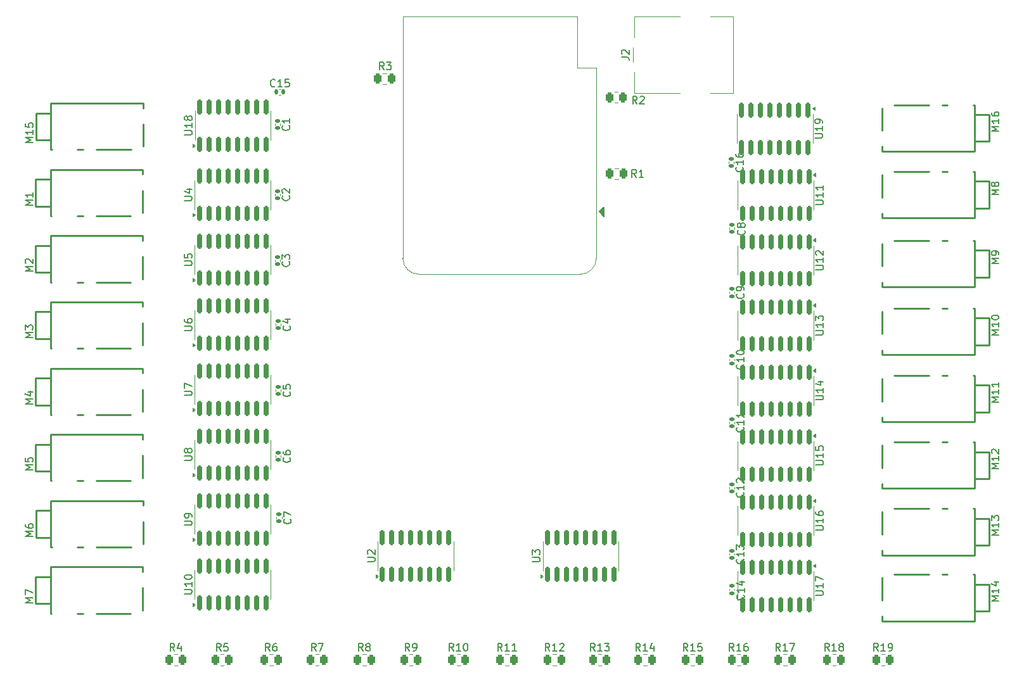
<source format=gto>
G04 #@! TF.GenerationSoftware,KiCad,Pcbnew,8.0.5*
G04 #@! TF.CreationDate,2025-03-13T16:15:27+08:00*
G04 #@! TF.ProjectId,hardware,68617264-7761-4726-952e-6b696361645f,rev?*
G04 #@! TF.SameCoordinates,Original*
G04 #@! TF.FileFunction,Legend,Top*
G04 #@! TF.FilePolarity,Positive*
%FSLAX46Y46*%
G04 Gerber Fmt 4.6, Leading zero omitted, Abs format (unit mm)*
G04 Created by KiCad (PCBNEW 8.0.5) date 2025-03-13 16:15:27*
%MOMM*%
%LPD*%
G01*
G04 APERTURE LIST*
G04 Aperture macros list*
%AMRoundRect*
0 Rectangle with rounded corners*
0 $1 Rounding radius*
0 $2 $3 $4 $5 $6 $7 $8 $9 X,Y pos of 4 corners*
0 Add a 4 corners polygon primitive as box body*
4,1,4,$2,$3,$4,$5,$6,$7,$8,$9,$2,$3,0*
0 Add four circle primitives for the rounded corners*
1,1,$1+$1,$2,$3*
1,1,$1+$1,$4,$5*
1,1,$1+$1,$6,$7*
1,1,$1+$1,$8,$9*
0 Add four rect primitives between the rounded corners*
20,1,$1+$1,$2,$3,$4,$5,0*
20,1,$1+$1,$4,$5,$6,$7,0*
20,1,$1+$1,$6,$7,$8,$9,0*
20,1,$1+$1,$8,$9,$2,$3,0*%
G04 Aperture macros list end*
%ADD10C,0.150000*%
%ADD11C,0.254000*%
%ADD12C,0.120000*%
%ADD13R,1.300000X2.000000*%
%ADD14R,2.000000X1.700000*%
%ADD15RoundRect,0.150000X0.150000X-0.825000X0.150000X0.825000X-0.150000X0.825000X-0.150000X-0.825000X0*%
%ADD16RoundRect,0.140000X-0.170000X0.140000X-0.170000X-0.140000X0.170000X-0.140000X0.170000X0.140000X0*%
%ADD17RoundRect,0.150000X-0.150000X0.825000X-0.150000X-0.825000X0.150000X-0.825000X0.150000X0.825000X0*%
%ADD18RoundRect,0.250000X-0.262500X-0.450000X0.262500X-0.450000X0.262500X0.450000X-0.262500X0.450000X0*%
%ADD19C,1.600000*%
%ADD20R,2.000000X4.000000*%
%ADD21O,2.000000X3.300000*%
%ADD22O,3.500000X2.000000*%
%ADD23R,2.000000X2.000000*%
%ADD24O,2.000000X1.600000*%
%ADD25RoundRect,0.250000X0.262500X0.450000X-0.262500X0.450000X-0.262500X-0.450000X0.262500X-0.450000X0*%
%ADD26RoundRect,0.140000X-0.140000X-0.170000X0.140000X-0.170000X0.140000X0.170000X-0.140000X0.170000X0*%
%ADD27O,4.404000X2.004000*%
G04 APERTURE END LIST*
D10*
X284581820Y-60049213D02*
X283581820Y-60049213D01*
X283581820Y-60049213D02*
X284296105Y-59715880D01*
X284296105Y-59715880D02*
X283581820Y-59382547D01*
X283581820Y-59382547D02*
X284581820Y-59382547D01*
X284581820Y-58382547D02*
X284581820Y-58953975D01*
X284581820Y-58668261D02*
X283581820Y-58668261D01*
X283581820Y-58668261D02*
X283724677Y-58763499D01*
X283724677Y-58763499D02*
X283819915Y-58858737D01*
X283819915Y-58858737D02*
X283867534Y-58953975D01*
X283581820Y-57525404D02*
X283581820Y-57715880D01*
X283581820Y-57715880D02*
X283629439Y-57811118D01*
X283629439Y-57811118D02*
X283677058Y-57858737D01*
X283677058Y-57858737D02*
X283819915Y-57953975D01*
X283819915Y-57953975D02*
X284010391Y-58001594D01*
X284010391Y-58001594D02*
X284391343Y-58001594D01*
X284391343Y-58001594D02*
X284486581Y-57953975D01*
X284486581Y-57953975D02*
X284534201Y-57906356D01*
X284534201Y-57906356D02*
X284581820Y-57811118D01*
X284581820Y-57811118D02*
X284581820Y-57620642D01*
X284581820Y-57620642D02*
X284534201Y-57525404D01*
X284534201Y-57525404D02*
X284486581Y-57477785D01*
X284486581Y-57477785D02*
X284391343Y-57430166D01*
X284391343Y-57430166D02*
X284153248Y-57430166D01*
X284153248Y-57430166D02*
X284058010Y-57477785D01*
X284058010Y-57477785D02*
X284010391Y-57525404D01*
X284010391Y-57525404D02*
X283962772Y-57620642D01*
X283962772Y-57620642D02*
X283962772Y-57811118D01*
X283962772Y-57811118D02*
X284010391Y-57906356D01*
X284010391Y-57906356D02*
X284058010Y-57953975D01*
X284058010Y-57953975D02*
X284153248Y-58001594D01*
X284581820Y-68509523D02*
X283581820Y-68509523D01*
X283581820Y-68509523D02*
X284296105Y-68176190D01*
X284296105Y-68176190D02*
X283581820Y-67842857D01*
X283581820Y-67842857D02*
X284581820Y-67842857D01*
X284010391Y-67223809D02*
X283962772Y-67319047D01*
X283962772Y-67319047D02*
X283915153Y-67366666D01*
X283915153Y-67366666D02*
X283819915Y-67414285D01*
X283819915Y-67414285D02*
X283772296Y-67414285D01*
X283772296Y-67414285D02*
X283677058Y-67366666D01*
X283677058Y-67366666D02*
X283629439Y-67319047D01*
X283629439Y-67319047D02*
X283581820Y-67223809D01*
X283581820Y-67223809D02*
X283581820Y-67033333D01*
X283581820Y-67033333D02*
X283629439Y-66938095D01*
X283629439Y-66938095D02*
X283677058Y-66890476D01*
X283677058Y-66890476D02*
X283772296Y-66842857D01*
X283772296Y-66842857D02*
X283819915Y-66842857D01*
X283819915Y-66842857D02*
X283915153Y-66890476D01*
X283915153Y-66890476D02*
X283962772Y-66938095D01*
X283962772Y-66938095D02*
X284010391Y-67033333D01*
X284010391Y-67033333D02*
X284010391Y-67223809D01*
X284010391Y-67223809D02*
X284058010Y-67319047D01*
X284058010Y-67319047D02*
X284105629Y-67366666D01*
X284105629Y-67366666D02*
X284200867Y-67414285D01*
X284200867Y-67414285D02*
X284391343Y-67414285D01*
X284391343Y-67414285D02*
X284486581Y-67366666D01*
X284486581Y-67366666D02*
X284534201Y-67319047D01*
X284534201Y-67319047D02*
X284581820Y-67223809D01*
X284581820Y-67223809D02*
X284581820Y-67033333D01*
X284581820Y-67033333D02*
X284534201Y-66938095D01*
X284534201Y-66938095D02*
X284486581Y-66890476D01*
X284486581Y-66890476D02*
X284391343Y-66842857D01*
X284391343Y-66842857D02*
X284200867Y-66842857D01*
X284200867Y-66842857D02*
X284105629Y-66890476D01*
X284105629Y-66890476D02*
X284058010Y-66938095D01*
X284058010Y-66938095D02*
X284010391Y-67033333D01*
X284581820Y-77709523D02*
X283581820Y-77709523D01*
X283581820Y-77709523D02*
X284296105Y-77376190D01*
X284296105Y-77376190D02*
X283581820Y-77042857D01*
X283581820Y-77042857D02*
X284581820Y-77042857D01*
X284581820Y-76519047D02*
X284581820Y-76328571D01*
X284581820Y-76328571D02*
X284534201Y-76233333D01*
X284534201Y-76233333D02*
X284486581Y-76185714D01*
X284486581Y-76185714D02*
X284343724Y-76090476D01*
X284343724Y-76090476D02*
X284153248Y-76042857D01*
X284153248Y-76042857D02*
X283772296Y-76042857D01*
X283772296Y-76042857D02*
X283677058Y-76090476D01*
X283677058Y-76090476D02*
X283629439Y-76138095D01*
X283629439Y-76138095D02*
X283581820Y-76233333D01*
X283581820Y-76233333D02*
X283581820Y-76423809D01*
X283581820Y-76423809D02*
X283629439Y-76519047D01*
X283629439Y-76519047D02*
X283677058Y-76566666D01*
X283677058Y-76566666D02*
X283772296Y-76614285D01*
X283772296Y-76614285D02*
X284010391Y-76614285D01*
X284010391Y-76614285D02*
X284105629Y-76566666D01*
X284105629Y-76566666D02*
X284153248Y-76519047D01*
X284153248Y-76519047D02*
X284200867Y-76423809D01*
X284200867Y-76423809D02*
X284200867Y-76233333D01*
X284200867Y-76233333D02*
X284153248Y-76138095D01*
X284153248Y-76138095D02*
X284105629Y-76090476D01*
X284105629Y-76090476D02*
X284010391Y-76042857D01*
X284581820Y-87249213D02*
X283581820Y-87249213D01*
X283581820Y-87249213D02*
X284296105Y-86915880D01*
X284296105Y-86915880D02*
X283581820Y-86582547D01*
X283581820Y-86582547D02*
X284581820Y-86582547D01*
X284581820Y-85582547D02*
X284581820Y-86153975D01*
X284581820Y-85868261D02*
X283581820Y-85868261D01*
X283581820Y-85868261D02*
X283724677Y-85963499D01*
X283724677Y-85963499D02*
X283819915Y-86058737D01*
X283819915Y-86058737D02*
X283867534Y-86153975D01*
X283581820Y-84963499D02*
X283581820Y-84868261D01*
X283581820Y-84868261D02*
X283629439Y-84773023D01*
X283629439Y-84773023D02*
X283677058Y-84725404D01*
X283677058Y-84725404D02*
X283772296Y-84677785D01*
X283772296Y-84677785D02*
X283962772Y-84630166D01*
X283962772Y-84630166D02*
X284200867Y-84630166D01*
X284200867Y-84630166D02*
X284391343Y-84677785D01*
X284391343Y-84677785D02*
X284486581Y-84725404D01*
X284486581Y-84725404D02*
X284534201Y-84773023D01*
X284534201Y-84773023D02*
X284581820Y-84868261D01*
X284581820Y-84868261D02*
X284581820Y-84963499D01*
X284581820Y-84963499D02*
X284534201Y-85058737D01*
X284534201Y-85058737D02*
X284486581Y-85106356D01*
X284486581Y-85106356D02*
X284391343Y-85153975D01*
X284391343Y-85153975D02*
X284200867Y-85201594D01*
X284200867Y-85201594D02*
X283962772Y-85201594D01*
X283962772Y-85201594D02*
X283772296Y-85153975D01*
X283772296Y-85153975D02*
X283677058Y-85106356D01*
X283677058Y-85106356D02*
X283629439Y-85058737D01*
X283629439Y-85058737D02*
X283581820Y-84963499D01*
X284581820Y-96249213D02*
X283581820Y-96249213D01*
X283581820Y-96249213D02*
X284296105Y-95915880D01*
X284296105Y-95915880D02*
X283581820Y-95582547D01*
X283581820Y-95582547D02*
X284581820Y-95582547D01*
X284581820Y-94582547D02*
X284581820Y-95153975D01*
X284581820Y-94868261D02*
X283581820Y-94868261D01*
X283581820Y-94868261D02*
X283724677Y-94963499D01*
X283724677Y-94963499D02*
X283819915Y-95058737D01*
X283819915Y-95058737D02*
X283867534Y-95153975D01*
X284581820Y-93630166D02*
X284581820Y-94201594D01*
X284581820Y-93915880D02*
X283581820Y-93915880D01*
X283581820Y-93915880D02*
X283724677Y-94011118D01*
X283724677Y-94011118D02*
X283819915Y-94106356D01*
X283819915Y-94106356D02*
X283867534Y-94201594D01*
X284581820Y-105149213D02*
X283581820Y-105149213D01*
X283581820Y-105149213D02*
X284296105Y-104815880D01*
X284296105Y-104815880D02*
X283581820Y-104482547D01*
X283581820Y-104482547D02*
X284581820Y-104482547D01*
X284581820Y-103482547D02*
X284581820Y-104053975D01*
X284581820Y-103768261D02*
X283581820Y-103768261D01*
X283581820Y-103768261D02*
X283724677Y-103863499D01*
X283724677Y-103863499D02*
X283819915Y-103958737D01*
X283819915Y-103958737D02*
X283867534Y-104053975D01*
X283677058Y-103101594D02*
X283629439Y-103053975D01*
X283629439Y-103053975D02*
X283581820Y-102958737D01*
X283581820Y-102958737D02*
X283581820Y-102720642D01*
X283581820Y-102720642D02*
X283629439Y-102625404D01*
X283629439Y-102625404D02*
X283677058Y-102577785D01*
X283677058Y-102577785D02*
X283772296Y-102530166D01*
X283772296Y-102530166D02*
X283867534Y-102530166D01*
X283867534Y-102530166D02*
X284010391Y-102577785D01*
X284010391Y-102577785D02*
X284581820Y-103149213D01*
X284581820Y-103149213D02*
X284581820Y-102530166D01*
X284581820Y-114049213D02*
X283581820Y-114049213D01*
X283581820Y-114049213D02*
X284296105Y-113715880D01*
X284296105Y-113715880D02*
X283581820Y-113382547D01*
X283581820Y-113382547D02*
X284581820Y-113382547D01*
X284581820Y-112382547D02*
X284581820Y-112953975D01*
X284581820Y-112668261D02*
X283581820Y-112668261D01*
X283581820Y-112668261D02*
X283724677Y-112763499D01*
X283724677Y-112763499D02*
X283819915Y-112858737D01*
X283819915Y-112858737D02*
X283867534Y-112953975D01*
X283581820Y-112049213D02*
X283581820Y-111430166D01*
X283581820Y-111430166D02*
X283962772Y-111763499D01*
X283962772Y-111763499D02*
X283962772Y-111620642D01*
X283962772Y-111620642D02*
X284010391Y-111525404D01*
X284010391Y-111525404D02*
X284058010Y-111477785D01*
X284058010Y-111477785D02*
X284153248Y-111430166D01*
X284153248Y-111430166D02*
X284391343Y-111430166D01*
X284391343Y-111430166D02*
X284486581Y-111477785D01*
X284486581Y-111477785D02*
X284534201Y-111525404D01*
X284534201Y-111525404D02*
X284581820Y-111620642D01*
X284581820Y-111620642D02*
X284581820Y-111906356D01*
X284581820Y-111906356D02*
X284534201Y-112001594D01*
X284534201Y-112001594D02*
X284486581Y-112049213D01*
X284581820Y-122849213D02*
X283581820Y-122849213D01*
X283581820Y-122849213D02*
X284296105Y-122515880D01*
X284296105Y-122515880D02*
X283581820Y-122182547D01*
X283581820Y-122182547D02*
X284581820Y-122182547D01*
X284581820Y-121182547D02*
X284581820Y-121753975D01*
X284581820Y-121468261D02*
X283581820Y-121468261D01*
X283581820Y-121468261D02*
X283724677Y-121563499D01*
X283724677Y-121563499D02*
X283819915Y-121658737D01*
X283819915Y-121658737D02*
X283867534Y-121753975D01*
X283915153Y-120325404D02*
X284581820Y-120325404D01*
X283534201Y-120563499D02*
X284248486Y-120801594D01*
X284248486Y-120801594D02*
X284248486Y-120182547D01*
X155491320Y-123046023D02*
X154491320Y-123046023D01*
X154491320Y-123046023D02*
X155205605Y-122712690D01*
X155205605Y-122712690D02*
X154491320Y-122379357D01*
X154491320Y-122379357D02*
X155491320Y-122379357D01*
X154491320Y-121998404D02*
X154491320Y-121331738D01*
X154491320Y-121331738D02*
X155491320Y-121760309D01*
X155527819Y-114188876D02*
X154527819Y-114188876D01*
X154527819Y-114188876D02*
X155242104Y-113855543D01*
X155242104Y-113855543D02*
X154527819Y-113522210D01*
X154527819Y-113522210D02*
X155527819Y-113522210D01*
X154527819Y-112617448D02*
X154527819Y-112807924D01*
X154527819Y-112807924D02*
X154575438Y-112903162D01*
X154575438Y-112903162D02*
X154623057Y-112950781D01*
X154623057Y-112950781D02*
X154765914Y-113046019D01*
X154765914Y-113046019D02*
X154956390Y-113093638D01*
X154956390Y-113093638D02*
X155337342Y-113093638D01*
X155337342Y-113093638D02*
X155432580Y-113046019D01*
X155432580Y-113046019D02*
X155480200Y-112998400D01*
X155480200Y-112998400D02*
X155527819Y-112903162D01*
X155527819Y-112903162D02*
X155527819Y-112712686D01*
X155527819Y-112712686D02*
X155480200Y-112617448D01*
X155480200Y-112617448D02*
X155432580Y-112569829D01*
X155432580Y-112569829D02*
X155337342Y-112522210D01*
X155337342Y-112522210D02*
X155099247Y-112522210D01*
X155099247Y-112522210D02*
X155004009Y-112569829D01*
X155004009Y-112569829D02*
X154956390Y-112617448D01*
X154956390Y-112617448D02*
X154908771Y-112712686D01*
X154908771Y-112712686D02*
X154908771Y-112903162D01*
X154908771Y-112903162D02*
X154956390Y-112998400D01*
X154956390Y-112998400D02*
X155004009Y-113046019D01*
X155004009Y-113046019D02*
X155099247Y-113093638D01*
X155491320Y-105331734D02*
X154491320Y-105331734D01*
X154491320Y-105331734D02*
X155205605Y-104998401D01*
X155205605Y-104998401D02*
X154491320Y-104665068D01*
X154491320Y-104665068D02*
X155491320Y-104665068D01*
X154491320Y-103712687D02*
X154491320Y-104188877D01*
X154491320Y-104188877D02*
X154967510Y-104236496D01*
X154967510Y-104236496D02*
X154919891Y-104188877D01*
X154919891Y-104188877D02*
X154872272Y-104093639D01*
X154872272Y-104093639D02*
X154872272Y-103855544D01*
X154872272Y-103855544D02*
X154919891Y-103760306D01*
X154919891Y-103760306D02*
X154967510Y-103712687D01*
X154967510Y-103712687D02*
X155062748Y-103665068D01*
X155062748Y-103665068D02*
X155300843Y-103665068D01*
X155300843Y-103665068D02*
X155396081Y-103712687D01*
X155396081Y-103712687D02*
X155443701Y-103760306D01*
X155443701Y-103760306D02*
X155491320Y-103855544D01*
X155491320Y-103855544D02*
X155491320Y-104093639D01*
X155491320Y-104093639D02*
X155443701Y-104188877D01*
X155443701Y-104188877D02*
X155396081Y-104236496D01*
X155491320Y-96474592D02*
X154491320Y-96474592D01*
X154491320Y-96474592D02*
X155205605Y-96141259D01*
X155205605Y-96141259D02*
X154491320Y-95807926D01*
X154491320Y-95807926D02*
X155491320Y-95807926D01*
X154824653Y-94903164D02*
X155491320Y-94903164D01*
X154443701Y-95141259D02*
X155157986Y-95379354D01*
X155157986Y-95379354D02*
X155157986Y-94760307D01*
X155491320Y-87617450D02*
X154491320Y-87617450D01*
X154491320Y-87617450D02*
X155205605Y-87284117D01*
X155205605Y-87284117D02*
X154491320Y-86950784D01*
X154491320Y-86950784D02*
X155491320Y-86950784D01*
X154491320Y-86569831D02*
X154491320Y-85950784D01*
X154491320Y-85950784D02*
X154872272Y-86284117D01*
X154872272Y-86284117D02*
X154872272Y-86141260D01*
X154872272Y-86141260D02*
X154919891Y-86046022D01*
X154919891Y-86046022D02*
X154967510Y-85998403D01*
X154967510Y-85998403D02*
X155062748Y-85950784D01*
X155062748Y-85950784D02*
X155300843Y-85950784D01*
X155300843Y-85950784D02*
X155396081Y-85998403D01*
X155396081Y-85998403D02*
X155443701Y-86046022D01*
X155443701Y-86046022D02*
X155491320Y-86141260D01*
X155491320Y-86141260D02*
X155491320Y-86426974D01*
X155491320Y-86426974D02*
X155443701Y-86522212D01*
X155443701Y-86522212D02*
X155396081Y-86569831D01*
X155491320Y-78760308D02*
X154491320Y-78760308D01*
X154491320Y-78760308D02*
X155205605Y-78426975D01*
X155205605Y-78426975D02*
X154491320Y-78093642D01*
X154491320Y-78093642D02*
X155491320Y-78093642D01*
X154586558Y-77665070D02*
X154538939Y-77617451D01*
X154538939Y-77617451D02*
X154491320Y-77522213D01*
X154491320Y-77522213D02*
X154491320Y-77284118D01*
X154491320Y-77284118D02*
X154538939Y-77188880D01*
X154538939Y-77188880D02*
X154586558Y-77141261D01*
X154586558Y-77141261D02*
X154681796Y-77093642D01*
X154681796Y-77093642D02*
X154777034Y-77093642D01*
X154777034Y-77093642D02*
X154919891Y-77141261D01*
X154919891Y-77141261D02*
X155491320Y-77712689D01*
X155491320Y-77712689D02*
X155491320Y-77093642D01*
X155491320Y-69903166D02*
X154491320Y-69903166D01*
X154491320Y-69903166D02*
X155205605Y-69569833D01*
X155205605Y-69569833D02*
X154491320Y-69236500D01*
X154491320Y-69236500D02*
X155491320Y-69236500D01*
X155491320Y-68236500D02*
X155491320Y-68807928D01*
X155491320Y-68522214D02*
X154491320Y-68522214D01*
X154491320Y-68522214D02*
X154634177Y-68617452D01*
X154634177Y-68617452D02*
X154729415Y-68712690D01*
X154729415Y-68712690D02*
X154777034Y-68807928D01*
X155527818Y-61522214D02*
X154527818Y-61522214D01*
X154527818Y-61522214D02*
X155242103Y-61188881D01*
X155242103Y-61188881D02*
X154527818Y-60855548D01*
X154527818Y-60855548D02*
X155527818Y-60855548D01*
X155527818Y-59855548D02*
X155527818Y-60426976D01*
X155527818Y-60141262D02*
X154527818Y-60141262D01*
X154527818Y-60141262D02*
X154670675Y-60236500D01*
X154670675Y-60236500D02*
X154765913Y-60331738D01*
X154765913Y-60331738D02*
X154813532Y-60426976D01*
X154527818Y-58950786D02*
X154527818Y-59426976D01*
X154527818Y-59426976D02*
X155004008Y-59474595D01*
X155004008Y-59474595D02*
X154956389Y-59426976D01*
X154956389Y-59426976D02*
X154908770Y-59331738D01*
X154908770Y-59331738D02*
X154908770Y-59093643D01*
X154908770Y-59093643D02*
X154956389Y-58998405D01*
X154956389Y-58998405D02*
X155004008Y-58950786D01*
X155004008Y-58950786D02*
X155099246Y-58903167D01*
X155099246Y-58903167D02*
X155337341Y-58903167D01*
X155337341Y-58903167D02*
X155432579Y-58950786D01*
X155432579Y-58950786D02*
X155480199Y-58998405D01*
X155480199Y-58998405D02*
X155527818Y-59093643D01*
X155527818Y-59093643D02*
X155527818Y-59331738D01*
X155527818Y-59331738D02*
X155480199Y-59426976D01*
X155480199Y-59426976D02*
X155432579Y-59474595D01*
X175754819Y-104020236D02*
X176564342Y-104020236D01*
X176564342Y-104020236D02*
X176659580Y-103972617D01*
X176659580Y-103972617D02*
X176707200Y-103924998D01*
X176707200Y-103924998D02*
X176754819Y-103829760D01*
X176754819Y-103829760D02*
X176754819Y-103639284D01*
X176754819Y-103639284D02*
X176707200Y-103544046D01*
X176707200Y-103544046D02*
X176659580Y-103496427D01*
X176659580Y-103496427D02*
X176564342Y-103448808D01*
X176564342Y-103448808D02*
X175754819Y-103448808D01*
X176183390Y-102829760D02*
X176135771Y-102924998D01*
X176135771Y-102924998D02*
X176088152Y-102972617D01*
X176088152Y-102972617D02*
X175992914Y-103020236D01*
X175992914Y-103020236D02*
X175945295Y-103020236D01*
X175945295Y-103020236D02*
X175850057Y-102972617D01*
X175850057Y-102972617D02*
X175802438Y-102924998D01*
X175802438Y-102924998D02*
X175754819Y-102829760D01*
X175754819Y-102829760D02*
X175754819Y-102639284D01*
X175754819Y-102639284D02*
X175802438Y-102544046D01*
X175802438Y-102544046D02*
X175850057Y-102496427D01*
X175850057Y-102496427D02*
X175945295Y-102448808D01*
X175945295Y-102448808D02*
X175992914Y-102448808D01*
X175992914Y-102448808D02*
X176088152Y-102496427D01*
X176088152Y-102496427D02*
X176135771Y-102544046D01*
X176135771Y-102544046D02*
X176183390Y-102639284D01*
X176183390Y-102639284D02*
X176183390Y-102829760D01*
X176183390Y-102829760D02*
X176231009Y-102924998D01*
X176231009Y-102924998D02*
X176278628Y-102972617D01*
X176278628Y-102972617D02*
X176373866Y-103020236D01*
X176373866Y-103020236D02*
X176564342Y-103020236D01*
X176564342Y-103020236D02*
X176659580Y-102972617D01*
X176659580Y-102972617D02*
X176707200Y-102924998D01*
X176707200Y-102924998D02*
X176754819Y-102829760D01*
X176754819Y-102829760D02*
X176754819Y-102639284D01*
X176754819Y-102639284D02*
X176707200Y-102544046D01*
X176707200Y-102544046D02*
X176659580Y-102496427D01*
X176659580Y-102496427D02*
X176564342Y-102448808D01*
X176564342Y-102448808D02*
X176373866Y-102448808D01*
X176373866Y-102448808D02*
X176278628Y-102496427D01*
X176278628Y-102496427D02*
X176231009Y-102544046D01*
X176231009Y-102544046D02*
X176183390Y-102639284D01*
X250459580Y-122062857D02*
X250507200Y-122110476D01*
X250507200Y-122110476D02*
X250554819Y-122253333D01*
X250554819Y-122253333D02*
X250554819Y-122348571D01*
X250554819Y-122348571D02*
X250507200Y-122491428D01*
X250507200Y-122491428D02*
X250411961Y-122586666D01*
X250411961Y-122586666D02*
X250316723Y-122634285D01*
X250316723Y-122634285D02*
X250126247Y-122681904D01*
X250126247Y-122681904D02*
X249983390Y-122681904D01*
X249983390Y-122681904D02*
X249792914Y-122634285D01*
X249792914Y-122634285D02*
X249697676Y-122586666D01*
X249697676Y-122586666D02*
X249602438Y-122491428D01*
X249602438Y-122491428D02*
X249554819Y-122348571D01*
X249554819Y-122348571D02*
X249554819Y-122253333D01*
X249554819Y-122253333D02*
X249602438Y-122110476D01*
X249602438Y-122110476D02*
X249650057Y-122062857D01*
X250554819Y-121110476D02*
X250554819Y-121681904D01*
X250554819Y-121396190D02*
X249554819Y-121396190D01*
X249554819Y-121396190D02*
X249697676Y-121491428D01*
X249697676Y-121491428D02*
X249792914Y-121586666D01*
X249792914Y-121586666D02*
X249840533Y-121681904D01*
X249888152Y-120253333D02*
X250554819Y-120253333D01*
X249507200Y-120491428D02*
X250221485Y-120729523D01*
X250221485Y-120729523D02*
X250221485Y-120110476D01*
X260109819Y-95938093D02*
X260919342Y-95938093D01*
X260919342Y-95938093D02*
X261014580Y-95890474D01*
X261014580Y-95890474D02*
X261062200Y-95842855D01*
X261062200Y-95842855D02*
X261109819Y-95747617D01*
X261109819Y-95747617D02*
X261109819Y-95557141D01*
X261109819Y-95557141D02*
X261062200Y-95461903D01*
X261062200Y-95461903D02*
X261014580Y-95414284D01*
X261014580Y-95414284D02*
X260919342Y-95366665D01*
X260919342Y-95366665D02*
X260109819Y-95366665D01*
X261109819Y-94366665D02*
X261109819Y-94938093D01*
X261109819Y-94652379D02*
X260109819Y-94652379D01*
X260109819Y-94652379D02*
X260252676Y-94747617D01*
X260252676Y-94747617D02*
X260347914Y-94842855D01*
X260347914Y-94842855D02*
X260395533Y-94938093D01*
X260443152Y-93509522D02*
X261109819Y-93509522D01*
X260062200Y-93747617D02*
X260776485Y-93985712D01*
X260776485Y-93985712D02*
X260776485Y-93366665D01*
X224557142Y-129504819D02*
X224223809Y-129028628D01*
X223985714Y-129504819D02*
X223985714Y-128504819D01*
X223985714Y-128504819D02*
X224366666Y-128504819D01*
X224366666Y-128504819D02*
X224461904Y-128552438D01*
X224461904Y-128552438D02*
X224509523Y-128600057D01*
X224509523Y-128600057D02*
X224557142Y-128695295D01*
X224557142Y-128695295D02*
X224557142Y-128838152D01*
X224557142Y-128838152D02*
X224509523Y-128933390D01*
X224509523Y-128933390D02*
X224461904Y-128981009D01*
X224461904Y-128981009D02*
X224366666Y-129028628D01*
X224366666Y-129028628D02*
X223985714Y-129028628D01*
X225509523Y-129504819D02*
X224938095Y-129504819D01*
X225223809Y-129504819D02*
X225223809Y-128504819D01*
X225223809Y-128504819D02*
X225128571Y-128647676D01*
X225128571Y-128647676D02*
X225033333Y-128742914D01*
X225033333Y-128742914D02*
X224938095Y-128790533D01*
X225890476Y-128600057D02*
X225938095Y-128552438D01*
X225938095Y-128552438D02*
X226033333Y-128504819D01*
X226033333Y-128504819D02*
X226271428Y-128504819D01*
X226271428Y-128504819D02*
X226366666Y-128552438D01*
X226366666Y-128552438D02*
X226414285Y-128600057D01*
X226414285Y-128600057D02*
X226461904Y-128695295D01*
X226461904Y-128695295D02*
X226461904Y-128790533D01*
X226461904Y-128790533D02*
X226414285Y-128933390D01*
X226414285Y-128933390D02*
X225842857Y-129504819D01*
X225842857Y-129504819D02*
X226461904Y-129504819D01*
X230607142Y-129504819D02*
X230273809Y-129028628D01*
X230035714Y-129504819D02*
X230035714Y-128504819D01*
X230035714Y-128504819D02*
X230416666Y-128504819D01*
X230416666Y-128504819D02*
X230511904Y-128552438D01*
X230511904Y-128552438D02*
X230559523Y-128600057D01*
X230559523Y-128600057D02*
X230607142Y-128695295D01*
X230607142Y-128695295D02*
X230607142Y-128838152D01*
X230607142Y-128838152D02*
X230559523Y-128933390D01*
X230559523Y-128933390D02*
X230511904Y-128981009D01*
X230511904Y-128981009D02*
X230416666Y-129028628D01*
X230416666Y-129028628D02*
X230035714Y-129028628D01*
X231559523Y-129504819D02*
X230988095Y-129504819D01*
X231273809Y-129504819D02*
X231273809Y-128504819D01*
X231273809Y-128504819D02*
X231178571Y-128647676D01*
X231178571Y-128647676D02*
X231083333Y-128742914D01*
X231083333Y-128742914D02*
X230988095Y-128790533D01*
X231892857Y-128504819D02*
X232511904Y-128504819D01*
X232511904Y-128504819D02*
X232178571Y-128885771D01*
X232178571Y-128885771D02*
X232321428Y-128885771D01*
X232321428Y-128885771D02*
X232416666Y-128933390D01*
X232416666Y-128933390D02*
X232464285Y-128981009D01*
X232464285Y-128981009D02*
X232511904Y-129076247D01*
X232511904Y-129076247D02*
X232511904Y-129314342D01*
X232511904Y-129314342D02*
X232464285Y-129409580D01*
X232464285Y-129409580D02*
X232416666Y-129457200D01*
X232416666Y-129457200D02*
X232321428Y-129504819D01*
X232321428Y-129504819D02*
X232035714Y-129504819D01*
X232035714Y-129504819D02*
X231940476Y-129457200D01*
X231940476Y-129457200D02*
X231892857Y-129409580D01*
X260109819Y-122063094D02*
X260919342Y-122063094D01*
X260919342Y-122063094D02*
X261014580Y-122015475D01*
X261014580Y-122015475D02*
X261062200Y-121967856D01*
X261062200Y-121967856D02*
X261109819Y-121872618D01*
X261109819Y-121872618D02*
X261109819Y-121682142D01*
X261109819Y-121682142D02*
X261062200Y-121586904D01*
X261062200Y-121586904D02*
X261014580Y-121539285D01*
X261014580Y-121539285D02*
X260919342Y-121491666D01*
X260919342Y-121491666D02*
X260109819Y-121491666D01*
X261109819Y-120491666D02*
X261109819Y-121063094D01*
X261109819Y-120777380D02*
X260109819Y-120777380D01*
X260109819Y-120777380D02*
X260252676Y-120872618D01*
X260252676Y-120872618D02*
X260347914Y-120967856D01*
X260347914Y-120967856D02*
X260395533Y-121063094D01*
X260109819Y-120158332D02*
X260109819Y-119491666D01*
X260109819Y-119491666D02*
X261109819Y-119920237D01*
X180620833Y-129504819D02*
X180287500Y-129028628D01*
X180049405Y-129504819D02*
X180049405Y-128504819D01*
X180049405Y-128504819D02*
X180430357Y-128504819D01*
X180430357Y-128504819D02*
X180525595Y-128552438D01*
X180525595Y-128552438D02*
X180573214Y-128600057D01*
X180573214Y-128600057D02*
X180620833Y-128695295D01*
X180620833Y-128695295D02*
X180620833Y-128838152D01*
X180620833Y-128838152D02*
X180573214Y-128933390D01*
X180573214Y-128933390D02*
X180525595Y-128981009D01*
X180525595Y-128981009D02*
X180430357Y-129028628D01*
X180430357Y-129028628D02*
X180049405Y-129028628D01*
X181525595Y-128504819D02*
X181049405Y-128504819D01*
X181049405Y-128504819D02*
X181001786Y-128981009D01*
X181001786Y-128981009D02*
X181049405Y-128933390D01*
X181049405Y-128933390D02*
X181144643Y-128885771D01*
X181144643Y-128885771D02*
X181382738Y-128885771D01*
X181382738Y-128885771D02*
X181477976Y-128933390D01*
X181477976Y-128933390D02*
X181525595Y-128981009D01*
X181525595Y-128981009D02*
X181573214Y-129076247D01*
X181573214Y-129076247D02*
X181573214Y-129314342D01*
X181573214Y-129314342D02*
X181525595Y-129409580D01*
X181525595Y-129409580D02*
X181477976Y-129457200D01*
X181477976Y-129457200D02*
X181382738Y-129504819D01*
X181382738Y-129504819D02*
X181144643Y-129504819D01*
X181144643Y-129504819D02*
X181049405Y-129457200D01*
X181049405Y-129457200D02*
X181001786Y-129409580D01*
X250419580Y-81766666D02*
X250467200Y-81814285D01*
X250467200Y-81814285D02*
X250514819Y-81957142D01*
X250514819Y-81957142D02*
X250514819Y-82052380D01*
X250514819Y-82052380D02*
X250467200Y-82195237D01*
X250467200Y-82195237D02*
X250371961Y-82290475D01*
X250371961Y-82290475D02*
X250276723Y-82338094D01*
X250276723Y-82338094D02*
X250086247Y-82385713D01*
X250086247Y-82385713D02*
X249943390Y-82385713D01*
X249943390Y-82385713D02*
X249752914Y-82338094D01*
X249752914Y-82338094D02*
X249657676Y-82290475D01*
X249657676Y-82290475D02*
X249562438Y-82195237D01*
X249562438Y-82195237D02*
X249514819Y-82052380D01*
X249514819Y-82052380D02*
X249514819Y-81957142D01*
X249514819Y-81957142D02*
X249562438Y-81814285D01*
X249562438Y-81814285D02*
X249610057Y-81766666D01*
X250514819Y-81290475D02*
X250514819Y-81099999D01*
X250514819Y-81099999D02*
X250467200Y-81004761D01*
X250467200Y-81004761D02*
X250419580Y-80957142D01*
X250419580Y-80957142D02*
X250276723Y-80861904D01*
X250276723Y-80861904D02*
X250086247Y-80814285D01*
X250086247Y-80814285D02*
X249705295Y-80814285D01*
X249705295Y-80814285D02*
X249610057Y-80861904D01*
X249610057Y-80861904D02*
X249562438Y-80909523D01*
X249562438Y-80909523D02*
X249514819Y-81004761D01*
X249514819Y-81004761D02*
X249514819Y-81195237D01*
X249514819Y-81195237D02*
X249562438Y-81290475D01*
X249562438Y-81290475D02*
X249610057Y-81338094D01*
X249610057Y-81338094D02*
X249705295Y-81385713D01*
X249705295Y-81385713D02*
X249943390Y-81385713D01*
X249943390Y-81385713D02*
X250038628Y-81338094D01*
X250038628Y-81338094D02*
X250086247Y-81290475D01*
X250086247Y-81290475D02*
X250133866Y-81195237D01*
X250133866Y-81195237D02*
X250133866Y-81004761D01*
X250133866Y-81004761D02*
X250086247Y-80909523D01*
X250086247Y-80909523D02*
X250038628Y-80861904D01*
X250038628Y-80861904D02*
X249943390Y-80814285D01*
X268457142Y-129504819D02*
X268123809Y-129028628D01*
X267885714Y-129504819D02*
X267885714Y-128504819D01*
X267885714Y-128504819D02*
X268266666Y-128504819D01*
X268266666Y-128504819D02*
X268361904Y-128552438D01*
X268361904Y-128552438D02*
X268409523Y-128600057D01*
X268409523Y-128600057D02*
X268457142Y-128695295D01*
X268457142Y-128695295D02*
X268457142Y-128838152D01*
X268457142Y-128838152D02*
X268409523Y-128933390D01*
X268409523Y-128933390D02*
X268361904Y-128981009D01*
X268361904Y-128981009D02*
X268266666Y-129028628D01*
X268266666Y-129028628D02*
X267885714Y-129028628D01*
X269409523Y-129504819D02*
X268838095Y-129504819D01*
X269123809Y-129504819D02*
X269123809Y-128504819D01*
X269123809Y-128504819D02*
X269028571Y-128647676D01*
X269028571Y-128647676D02*
X268933333Y-128742914D01*
X268933333Y-128742914D02*
X268838095Y-128790533D01*
X269885714Y-129504819D02*
X270076190Y-129504819D01*
X270076190Y-129504819D02*
X270171428Y-129457200D01*
X270171428Y-129457200D02*
X270219047Y-129409580D01*
X270219047Y-129409580D02*
X270314285Y-129266723D01*
X270314285Y-129266723D02*
X270361904Y-129076247D01*
X270361904Y-129076247D02*
X270361904Y-128695295D01*
X270361904Y-128695295D02*
X270314285Y-128600057D01*
X270314285Y-128600057D02*
X270266666Y-128552438D01*
X270266666Y-128552438D02*
X270171428Y-128504819D01*
X270171428Y-128504819D02*
X269980952Y-128504819D01*
X269980952Y-128504819D02*
X269885714Y-128552438D01*
X269885714Y-128552438D02*
X269838095Y-128600057D01*
X269838095Y-128600057D02*
X269790476Y-128695295D01*
X269790476Y-128695295D02*
X269790476Y-128933390D01*
X269790476Y-128933390D02*
X269838095Y-129028628D01*
X269838095Y-129028628D02*
X269885714Y-129076247D01*
X269885714Y-129076247D02*
X269980952Y-129123866D01*
X269980952Y-129123866D02*
X270171428Y-129123866D01*
X270171428Y-129123866D02*
X270266666Y-129076247D01*
X270266666Y-129076247D02*
X270314285Y-129028628D01*
X270314285Y-129028628D02*
X270361904Y-128933390D01*
X193320833Y-129504819D02*
X192987500Y-129028628D01*
X192749405Y-129504819D02*
X192749405Y-128504819D01*
X192749405Y-128504819D02*
X193130357Y-128504819D01*
X193130357Y-128504819D02*
X193225595Y-128552438D01*
X193225595Y-128552438D02*
X193273214Y-128600057D01*
X193273214Y-128600057D02*
X193320833Y-128695295D01*
X193320833Y-128695295D02*
X193320833Y-128838152D01*
X193320833Y-128838152D02*
X193273214Y-128933390D01*
X193273214Y-128933390D02*
X193225595Y-128981009D01*
X193225595Y-128981009D02*
X193130357Y-129028628D01*
X193130357Y-129028628D02*
X192749405Y-129028628D01*
X193654167Y-128504819D02*
X194320833Y-128504819D01*
X194320833Y-128504819D02*
X193892262Y-129504819D01*
X175754819Y-95336903D02*
X176564342Y-95336903D01*
X176564342Y-95336903D02*
X176659580Y-95289284D01*
X176659580Y-95289284D02*
X176707200Y-95241665D01*
X176707200Y-95241665D02*
X176754819Y-95146427D01*
X176754819Y-95146427D02*
X176754819Y-94955951D01*
X176754819Y-94955951D02*
X176707200Y-94860713D01*
X176707200Y-94860713D02*
X176659580Y-94813094D01*
X176659580Y-94813094D02*
X176564342Y-94765475D01*
X176564342Y-94765475D02*
X175754819Y-94765475D01*
X175754819Y-94384522D02*
X175754819Y-93717856D01*
X175754819Y-93717856D02*
X176754819Y-94146427D01*
X250319580Y-64842857D02*
X250367200Y-64890476D01*
X250367200Y-64890476D02*
X250414819Y-65033333D01*
X250414819Y-65033333D02*
X250414819Y-65128571D01*
X250414819Y-65128571D02*
X250367200Y-65271428D01*
X250367200Y-65271428D02*
X250271961Y-65366666D01*
X250271961Y-65366666D02*
X250176723Y-65414285D01*
X250176723Y-65414285D02*
X249986247Y-65461904D01*
X249986247Y-65461904D02*
X249843390Y-65461904D01*
X249843390Y-65461904D02*
X249652914Y-65414285D01*
X249652914Y-65414285D02*
X249557676Y-65366666D01*
X249557676Y-65366666D02*
X249462438Y-65271428D01*
X249462438Y-65271428D02*
X249414819Y-65128571D01*
X249414819Y-65128571D02*
X249414819Y-65033333D01*
X249414819Y-65033333D02*
X249462438Y-64890476D01*
X249462438Y-64890476D02*
X249510057Y-64842857D01*
X250414819Y-63890476D02*
X250414819Y-64461904D01*
X250414819Y-64176190D02*
X249414819Y-64176190D01*
X249414819Y-64176190D02*
X249557676Y-64271428D01*
X249557676Y-64271428D02*
X249652914Y-64366666D01*
X249652914Y-64366666D02*
X249700533Y-64461904D01*
X249414819Y-63033333D02*
X249414819Y-63223809D01*
X249414819Y-63223809D02*
X249462438Y-63319047D01*
X249462438Y-63319047D02*
X249510057Y-63366666D01*
X249510057Y-63366666D02*
X249652914Y-63461904D01*
X249652914Y-63461904D02*
X249843390Y-63509523D01*
X249843390Y-63509523D02*
X250224342Y-63509523D01*
X250224342Y-63509523D02*
X250319580Y-63461904D01*
X250319580Y-63461904D02*
X250367200Y-63414285D01*
X250367200Y-63414285D02*
X250414819Y-63319047D01*
X250414819Y-63319047D02*
X250414819Y-63128571D01*
X250414819Y-63128571D02*
X250367200Y-63033333D01*
X250367200Y-63033333D02*
X250319580Y-62985714D01*
X250319580Y-62985714D02*
X250224342Y-62938095D01*
X250224342Y-62938095D02*
X249986247Y-62938095D01*
X249986247Y-62938095D02*
X249891009Y-62985714D01*
X249891009Y-62985714D02*
X249843390Y-63033333D01*
X249843390Y-63033333D02*
X249795771Y-63128571D01*
X249795771Y-63128571D02*
X249795771Y-63319047D01*
X249795771Y-63319047D02*
X249843390Y-63414285D01*
X249843390Y-63414285D02*
X249891009Y-63461904D01*
X249891009Y-63461904D02*
X249986247Y-63509523D01*
X234154818Y-50133333D02*
X234869103Y-50133333D01*
X234869103Y-50133333D02*
X235011960Y-50180952D01*
X235011960Y-50180952D02*
X235107199Y-50276190D01*
X235107199Y-50276190D02*
X235154818Y-50419047D01*
X235154818Y-50419047D02*
X235154818Y-50514285D01*
X234250056Y-49704761D02*
X234202437Y-49657142D01*
X234202437Y-49657142D02*
X234154818Y-49561904D01*
X234154818Y-49561904D02*
X234154818Y-49323809D01*
X234154818Y-49323809D02*
X234202437Y-49228571D01*
X234202437Y-49228571D02*
X234250056Y-49180952D01*
X234250056Y-49180952D02*
X234345294Y-49133333D01*
X234345294Y-49133333D02*
X234440532Y-49133333D01*
X234440532Y-49133333D02*
X234583389Y-49180952D01*
X234583389Y-49180952D02*
X235154818Y-49752380D01*
X235154818Y-49752380D02*
X235154818Y-49133333D01*
X175754819Y-77970237D02*
X176564342Y-77970237D01*
X176564342Y-77970237D02*
X176659580Y-77922618D01*
X176659580Y-77922618D02*
X176707200Y-77874999D01*
X176707200Y-77874999D02*
X176754819Y-77779761D01*
X176754819Y-77779761D02*
X176754819Y-77589285D01*
X176754819Y-77589285D02*
X176707200Y-77494047D01*
X176707200Y-77494047D02*
X176659580Y-77446428D01*
X176659580Y-77446428D02*
X176564342Y-77398809D01*
X176564342Y-77398809D02*
X175754819Y-77398809D01*
X175754819Y-76446428D02*
X175754819Y-76922618D01*
X175754819Y-76922618D02*
X176231009Y-76970237D01*
X176231009Y-76970237D02*
X176183390Y-76922618D01*
X176183390Y-76922618D02*
X176135771Y-76827380D01*
X176135771Y-76827380D02*
X176135771Y-76589285D01*
X176135771Y-76589285D02*
X176183390Y-76494047D01*
X176183390Y-76494047D02*
X176231009Y-76446428D01*
X176231009Y-76446428D02*
X176326247Y-76398809D01*
X176326247Y-76398809D02*
X176564342Y-76398809D01*
X176564342Y-76398809D02*
X176659580Y-76446428D01*
X176659580Y-76446428D02*
X176707200Y-76494047D01*
X176707200Y-76494047D02*
X176754819Y-76589285D01*
X176754819Y-76589285D02*
X176754819Y-76827380D01*
X176754819Y-76827380D02*
X176707200Y-76922618D01*
X176707200Y-76922618D02*
X176659580Y-76970237D01*
X175754819Y-112703569D02*
X176564342Y-112703569D01*
X176564342Y-112703569D02*
X176659580Y-112655950D01*
X176659580Y-112655950D02*
X176707200Y-112608331D01*
X176707200Y-112608331D02*
X176754819Y-112513093D01*
X176754819Y-112513093D02*
X176754819Y-112322617D01*
X176754819Y-112322617D02*
X176707200Y-112227379D01*
X176707200Y-112227379D02*
X176659580Y-112179760D01*
X176659580Y-112179760D02*
X176564342Y-112132141D01*
X176564342Y-112132141D02*
X175754819Y-112132141D01*
X176754819Y-111608331D02*
X176754819Y-111417855D01*
X176754819Y-111417855D02*
X176707200Y-111322617D01*
X176707200Y-111322617D02*
X176659580Y-111274998D01*
X176659580Y-111274998D02*
X176516723Y-111179760D01*
X176516723Y-111179760D02*
X176326247Y-111132141D01*
X176326247Y-111132141D02*
X175945295Y-111132141D01*
X175945295Y-111132141D02*
X175850057Y-111179760D01*
X175850057Y-111179760D02*
X175802438Y-111227379D01*
X175802438Y-111227379D02*
X175754819Y-111322617D01*
X175754819Y-111322617D02*
X175754819Y-111513093D01*
X175754819Y-111513093D02*
X175802438Y-111608331D01*
X175802438Y-111608331D02*
X175850057Y-111655950D01*
X175850057Y-111655950D02*
X175945295Y-111703569D01*
X175945295Y-111703569D02*
X176183390Y-111703569D01*
X176183390Y-111703569D02*
X176278628Y-111655950D01*
X176278628Y-111655950D02*
X176326247Y-111608331D01*
X176326247Y-111608331D02*
X176373866Y-111513093D01*
X176373866Y-111513093D02*
X176373866Y-111322617D01*
X176373866Y-111322617D02*
X176326247Y-111227379D01*
X176326247Y-111227379D02*
X176278628Y-111179760D01*
X176278628Y-111179760D02*
X176183390Y-111132141D01*
X189719580Y-68666666D02*
X189767200Y-68714285D01*
X189767200Y-68714285D02*
X189814819Y-68857142D01*
X189814819Y-68857142D02*
X189814819Y-68952380D01*
X189814819Y-68952380D02*
X189767200Y-69095237D01*
X189767200Y-69095237D02*
X189671961Y-69190475D01*
X189671961Y-69190475D02*
X189576723Y-69238094D01*
X189576723Y-69238094D02*
X189386247Y-69285713D01*
X189386247Y-69285713D02*
X189243390Y-69285713D01*
X189243390Y-69285713D02*
X189052914Y-69238094D01*
X189052914Y-69238094D02*
X188957676Y-69190475D01*
X188957676Y-69190475D02*
X188862438Y-69095237D01*
X188862438Y-69095237D02*
X188814819Y-68952380D01*
X188814819Y-68952380D02*
X188814819Y-68857142D01*
X188814819Y-68857142D02*
X188862438Y-68714285D01*
X188862438Y-68714285D02*
X188910057Y-68666666D01*
X188910057Y-68285713D02*
X188862438Y-68238094D01*
X188862438Y-68238094D02*
X188814819Y-68142856D01*
X188814819Y-68142856D02*
X188814819Y-67904761D01*
X188814819Y-67904761D02*
X188862438Y-67809523D01*
X188862438Y-67809523D02*
X188910057Y-67761904D01*
X188910057Y-67761904D02*
X189005295Y-67714285D01*
X189005295Y-67714285D02*
X189100533Y-67714285D01*
X189100533Y-67714285D02*
X189243390Y-67761904D01*
X189243390Y-67761904D02*
X189814819Y-68333332D01*
X189814819Y-68333332D02*
X189814819Y-67714285D01*
X189719580Y-59286666D02*
X189767200Y-59334285D01*
X189767200Y-59334285D02*
X189814819Y-59477142D01*
X189814819Y-59477142D02*
X189814819Y-59572380D01*
X189814819Y-59572380D02*
X189767200Y-59715237D01*
X189767200Y-59715237D02*
X189671961Y-59810475D01*
X189671961Y-59810475D02*
X189576723Y-59858094D01*
X189576723Y-59858094D02*
X189386247Y-59905713D01*
X189386247Y-59905713D02*
X189243390Y-59905713D01*
X189243390Y-59905713D02*
X189052914Y-59858094D01*
X189052914Y-59858094D02*
X188957676Y-59810475D01*
X188957676Y-59810475D02*
X188862438Y-59715237D01*
X188862438Y-59715237D02*
X188814819Y-59572380D01*
X188814819Y-59572380D02*
X188814819Y-59477142D01*
X188814819Y-59477142D02*
X188862438Y-59334285D01*
X188862438Y-59334285D02*
X188910057Y-59286666D01*
X189814819Y-58334285D02*
X189814819Y-58905713D01*
X189814819Y-58619999D02*
X188814819Y-58619999D01*
X188814819Y-58619999D02*
X188957676Y-58715237D01*
X188957676Y-58715237D02*
X189052914Y-58810475D01*
X189052914Y-58810475D02*
X189100533Y-58905713D01*
X222254819Y-117561904D02*
X223064342Y-117561904D01*
X223064342Y-117561904D02*
X223159580Y-117514285D01*
X223159580Y-117514285D02*
X223207200Y-117466666D01*
X223207200Y-117466666D02*
X223254819Y-117371428D01*
X223254819Y-117371428D02*
X223254819Y-117180952D01*
X223254819Y-117180952D02*
X223207200Y-117085714D01*
X223207200Y-117085714D02*
X223159580Y-117038095D01*
X223159580Y-117038095D02*
X223064342Y-116990476D01*
X223064342Y-116990476D02*
X222254819Y-116990476D01*
X222254819Y-116609523D02*
X222254819Y-115990476D01*
X222254819Y-115990476D02*
X222635771Y-116323809D01*
X222635771Y-116323809D02*
X222635771Y-116180952D01*
X222635771Y-116180952D02*
X222683390Y-116085714D01*
X222683390Y-116085714D02*
X222731009Y-116038095D01*
X222731009Y-116038095D02*
X222826247Y-115990476D01*
X222826247Y-115990476D02*
X223064342Y-115990476D01*
X223064342Y-115990476D02*
X223159580Y-116038095D01*
X223159580Y-116038095D02*
X223207200Y-116085714D01*
X223207200Y-116085714D02*
X223254819Y-116180952D01*
X223254819Y-116180952D02*
X223254819Y-116466666D01*
X223254819Y-116466666D02*
X223207200Y-116561904D01*
X223207200Y-116561904D02*
X223159580Y-116609523D01*
X250419580Y-117222857D02*
X250467200Y-117270476D01*
X250467200Y-117270476D02*
X250514819Y-117413333D01*
X250514819Y-117413333D02*
X250514819Y-117508571D01*
X250514819Y-117508571D02*
X250467200Y-117651428D01*
X250467200Y-117651428D02*
X250371961Y-117746666D01*
X250371961Y-117746666D02*
X250276723Y-117794285D01*
X250276723Y-117794285D02*
X250086247Y-117841904D01*
X250086247Y-117841904D02*
X249943390Y-117841904D01*
X249943390Y-117841904D02*
X249752914Y-117794285D01*
X249752914Y-117794285D02*
X249657676Y-117746666D01*
X249657676Y-117746666D02*
X249562438Y-117651428D01*
X249562438Y-117651428D02*
X249514819Y-117508571D01*
X249514819Y-117508571D02*
X249514819Y-117413333D01*
X249514819Y-117413333D02*
X249562438Y-117270476D01*
X249562438Y-117270476D02*
X249610057Y-117222857D01*
X250514819Y-116270476D02*
X250514819Y-116841904D01*
X250514819Y-116556190D02*
X249514819Y-116556190D01*
X249514819Y-116556190D02*
X249657676Y-116651428D01*
X249657676Y-116651428D02*
X249752914Y-116746666D01*
X249752914Y-116746666D02*
X249800533Y-116841904D01*
X249514819Y-115937142D02*
X249514819Y-115318095D01*
X249514819Y-115318095D02*
X249895771Y-115651428D01*
X249895771Y-115651428D02*
X249895771Y-115508571D01*
X249895771Y-115508571D02*
X249943390Y-115413333D01*
X249943390Y-115413333D02*
X249991009Y-115365714D01*
X249991009Y-115365714D02*
X250086247Y-115318095D01*
X250086247Y-115318095D02*
X250324342Y-115318095D01*
X250324342Y-115318095D02*
X250419580Y-115365714D01*
X250419580Y-115365714D02*
X250467200Y-115413333D01*
X250467200Y-115413333D02*
X250514819Y-115508571D01*
X250514819Y-115508571D02*
X250514819Y-115794285D01*
X250514819Y-115794285D02*
X250467200Y-115889523D01*
X250467200Y-115889523D02*
X250419580Y-115937142D01*
X236657142Y-129504819D02*
X236323809Y-129028628D01*
X236085714Y-129504819D02*
X236085714Y-128504819D01*
X236085714Y-128504819D02*
X236466666Y-128504819D01*
X236466666Y-128504819D02*
X236561904Y-128552438D01*
X236561904Y-128552438D02*
X236609523Y-128600057D01*
X236609523Y-128600057D02*
X236657142Y-128695295D01*
X236657142Y-128695295D02*
X236657142Y-128838152D01*
X236657142Y-128838152D02*
X236609523Y-128933390D01*
X236609523Y-128933390D02*
X236561904Y-128981009D01*
X236561904Y-128981009D02*
X236466666Y-129028628D01*
X236466666Y-129028628D02*
X236085714Y-129028628D01*
X237609523Y-129504819D02*
X237038095Y-129504819D01*
X237323809Y-129504819D02*
X237323809Y-128504819D01*
X237323809Y-128504819D02*
X237228571Y-128647676D01*
X237228571Y-128647676D02*
X237133333Y-128742914D01*
X237133333Y-128742914D02*
X237038095Y-128790533D01*
X238466666Y-128838152D02*
X238466666Y-129504819D01*
X238228571Y-128457200D02*
X237990476Y-129171485D01*
X237990476Y-129171485D02*
X238609523Y-129171485D01*
X249157142Y-129504819D02*
X248823809Y-129028628D01*
X248585714Y-129504819D02*
X248585714Y-128504819D01*
X248585714Y-128504819D02*
X248966666Y-128504819D01*
X248966666Y-128504819D02*
X249061904Y-128552438D01*
X249061904Y-128552438D02*
X249109523Y-128600057D01*
X249109523Y-128600057D02*
X249157142Y-128695295D01*
X249157142Y-128695295D02*
X249157142Y-128838152D01*
X249157142Y-128838152D02*
X249109523Y-128933390D01*
X249109523Y-128933390D02*
X249061904Y-128981009D01*
X249061904Y-128981009D02*
X248966666Y-129028628D01*
X248966666Y-129028628D02*
X248585714Y-129028628D01*
X250109523Y-129504819D02*
X249538095Y-129504819D01*
X249823809Y-129504819D02*
X249823809Y-128504819D01*
X249823809Y-128504819D02*
X249728571Y-128647676D01*
X249728571Y-128647676D02*
X249633333Y-128742914D01*
X249633333Y-128742914D02*
X249538095Y-128790533D01*
X250966666Y-128504819D02*
X250776190Y-128504819D01*
X250776190Y-128504819D02*
X250680952Y-128552438D01*
X250680952Y-128552438D02*
X250633333Y-128600057D01*
X250633333Y-128600057D02*
X250538095Y-128742914D01*
X250538095Y-128742914D02*
X250490476Y-128933390D01*
X250490476Y-128933390D02*
X250490476Y-129314342D01*
X250490476Y-129314342D02*
X250538095Y-129409580D01*
X250538095Y-129409580D02*
X250585714Y-129457200D01*
X250585714Y-129457200D02*
X250680952Y-129504819D01*
X250680952Y-129504819D02*
X250871428Y-129504819D01*
X250871428Y-129504819D02*
X250966666Y-129457200D01*
X250966666Y-129457200D02*
X251014285Y-129409580D01*
X251014285Y-129409580D02*
X251061904Y-129314342D01*
X251061904Y-129314342D02*
X251061904Y-129076247D01*
X251061904Y-129076247D02*
X251014285Y-128981009D01*
X251014285Y-128981009D02*
X250966666Y-128933390D01*
X250966666Y-128933390D02*
X250871428Y-128885771D01*
X250871428Y-128885771D02*
X250680952Y-128885771D01*
X250680952Y-128885771D02*
X250585714Y-128933390D01*
X250585714Y-128933390D02*
X250538095Y-128981009D01*
X250538095Y-128981009D02*
X250490476Y-129076247D01*
X211707142Y-129504819D02*
X211373809Y-129028628D01*
X211135714Y-129504819D02*
X211135714Y-128504819D01*
X211135714Y-128504819D02*
X211516666Y-128504819D01*
X211516666Y-128504819D02*
X211611904Y-128552438D01*
X211611904Y-128552438D02*
X211659523Y-128600057D01*
X211659523Y-128600057D02*
X211707142Y-128695295D01*
X211707142Y-128695295D02*
X211707142Y-128838152D01*
X211707142Y-128838152D02*
X211659523Y-128933390D01*
X211659523Y-128933390D02*
X211611904Y-128981009D01*
X211611904Y-128981009D02*
X211516666Y-129028628D01*
X211516666Y-129028628D02*
X211135714Y-129028628D01*
X212659523Y-129504819D02*
X212088095Y-129504819D01*
X212373809Y-129504819D02*
X212373809Y-128504819D01*
X212373809Y-128504819D02*
X212278571Y-128647676D01*
X212278571Y-128647676D02*
X212183333Y-128742914D01*
X212183333Y-128742914D02*
X212088095Y-128790533D01*
X213278571Y-128504819D02*
X213373809Y-128504819D01*
X213373809Y-128504819D02*
X213469047Y-128552438D01*
X213469047Y-128552438D02*
X213516666Y-128600057D01*
X213516666Y-128600057D02*
X213564285Y-128695295D01*
X213564285Y-128695295D02*
X213611904Y-128885771D01*
X213611904Y-128885771D02*
X213611904Y-129123866D01*
X213611904Y-129123866D02*
X213564285Y-129314342D01*
X213564285Y-129314342D02*
X213516666Y-129409580D01*
X213516666Y-129409580D02*
X213469047Y-129457200D01*
X213469047Y-129457200D02*
X213373809Y-129504819D01*
X213373809Y-129504819D02*
X213278571Y-129504819D01*
X213278571Y-129504819D02*
X213183333Y-129457200D01*
X213183333Y-129457200D02*
X213135714Y-129409580D01*
X213135714Y-129409580D02*
X213088095Y-129314342D01*
X213088095Y-129314342D02*
X213040476Y-129123866D01*
X213040476Y-129123866D02*
X213040476Y-128885771D01*
X213040476Y-128885771D02*
X213088095Y-128695295D01*
X213088095Y-128695295D02*
X213135714Y-128600057D01*
X213135714Y-128600057D02*
X213183333Y-128552438D01*
X213183333Y-128552438D02*
X213278571Y-128504819D01*
X205833333Y-129504819D02*
X205500000Y-129028628D01*
X205261905Y-129504819D02*
X205261905Y-128504819D01*
X205261905Y-128504819D02*
X205642857Y-128504819D01*
X205642857Y-128504819D02*
X205738095Y-128552438D01*
X205738095Y-128552438D02*
X205785714Y-128600057D01*
X205785714Y-128600057D02*
X205833333Y-128695295D01*
X205833333Y-128695295D02*
X205833333Y-128838152D01*
X205833333Y-128838152D02*
X205785714Y-128933390D01*
X205785714Y-128933390D02*
X205738095Y-128981009D01*
X205738095Y-128981009D02*
X205642857Y-129028628D01*
X205642857Y-129028628D02*
X205261905Y-129028628D01*
X206309524Y-129504819D02*
X206500000Y-129504819D01*
X206500000Y-129504819D02*
X206595238Y-129457200D01*
X206595238Y-129457200D02*
X206642857Y-129409580D01*
X206642857Y-129409580D02*
X206738095Y-129266723D01*
X206738095Y-129266723D02*
X206785714Y-129076247D01*
X206785714Y-129076247D02*
X206785714Y-128695295D01*
X206785714Y-128695295D02*
X206738095Y-128600057D01*
X206738095Y-128600057D02*
X206690476Y-128552438D01*
X206690476Y-128552438D02*
X206595238Y-128504819D01*
X206595238Y-128504819D02*
X206404762Y-128504819D01*
X206404762Y-128504819D02*
X206309524Y-128552438D01*
X206309524Y-128552438D02*
X206261905Y-128600057D01*
X206261905Y-128600057D02*
X206214286Y-128695295D01*
X206214286Y-128695295D02*
X206214286Y-128933390D01*
X206214286Y-128933390D02*
X206261905Y-129028628D01*
X206261905Y-129028628D02*
X206309524Y-129076247D01*
X206309524Y-129076247D02*
X206404762Y-129123866D01*
X206404762Y-129123866D02*
X206595238Y-129123866D01*
X206595238Y-129123866D02*
X206690476Y-129076247D01*
X206690476Y-129076247D02*
X206738095Y-129028628D01*
X206738095Y-129028628D02*
X206785714Y-128933390D01*
X236133333Y-66154819D02*
X235800000Y-65678628D01*
X235561905Y-66154819D02*
X235561905Y-65154819D01*
X235561905Y-65154819D02*
X235942857Y-65154819D01*
X235942857Y-65154819D02*
X236038095Y-65202438D01*
X236038095Y-65202438D02*
X236085714Y-65250057D01*
X236085714Y-65250057D02*
X236133333Y-65345295D01*
X236133333Y-65345295D02*
X236133333Y-65488152D01*
X236133333Y-65488152D02*
X236085714Y-65583390D01*
X236085714Y-65583390D02*
X236038095Y-65631009D01*
X236038095Y-65631009D02*
X235942857Y-65678628D01*
X235942857Y-65678628D02*
X235561905Y-65678628D01*
X237085714Y-66154819D02*
X236514286Y-66154819D01*
X236800000Y-66154819D02*
X236800000Y-65154819D01*
X236800000Y-65154819D02*
X236704762Y-65297676D01*
X236704762Y-65297676D02*
X236609524Y-65392914D01*
X236609524Y-65392914D02*
X236514286Y-65440533D01*
X260109819Y-113354759D02*
X260919342Y-113354759D01*
X260919342Y-113354759D02*
X261014580Y-113307140D01*
X261014580Y-113307140D02*
X261062200Y-113259521D01*
X261062200Y-113259521D02*
X261109819Y-113164283D01*
X261109819Y-113164283D02*
X261109819Y-112973807D01*
X261109819Y-112973807D02*
X261062200Y-112878569D01*
X261062200Y-112878569D02*
X261014580Y-112830950D01*
X261014580Y-112830950D02*
X260919342Y-112783331D01*
X260919342Y-112783331D02*
X260109819Y-112783331D01*
X261109819Y-111783331D02*
X261109819Y-112354759D01*
X261109819Y-112069045D02*
X260109819Y-112069045D01*
X260109819Y-112069045D02*
X260252676Y-112164283D01*
X260252676Y-112164283D02*
X260347914Y-112259521D01*
X260347914Y-112259521D02*
X260395533Y-112354759D01*
X260109819Y-110926188D02*
X260109819Y-111116664D01*
X260109819Y-111116664D02*
X260157438Y-111211902D01*
X260157438Y-111211902D02*
X260205057Y-111259521D01*
X260205057Y-111259521D02*
X260347914Y-111354759D01*
X260347914Y-111354759D02*
X260538390Y-111402378D01*
X260538390Y-111402378D02*
X260919342Y-111402378D01*
X260919342Y-111402378D02*
X261014580Y-111354759D01*
X261014580Y-111354759D02*
X261062200Y-111307140D01*
X261062200Y-111307140D02*
X261109819Y-111211902D01*
X261109819Y-111211902D02*
X261109819Y-111021426D01*
X261109819Y-111021426D02*
X261062200Y-110926188D01*
X261062200Y-110926188D02*
X261014580Y-110878569D01*
X261014580Y-110878569D02*
X260919342Y-110830950D01*
X260919342Y-110830950D02*
X260681247Y-110830950D01*
X260681247Y-110830950D02*
X260586009Y-110878569D01*
X260586009Y-110878569D02*
X260538390Y-110926188D01*
X260538390Y-110926188D02*
X260490771Y-111021426D01*
X260490771Y-111021426D02*
X260490771Y-111211902D01*
X260490771Y-111211902D02*
X260538390Y-111307140D01*
X260538390Y-111307140D02*
X260586009Y-111354759D01*
X260586009Y-111354759D02*
X260681247Y-111402378D01*
X175754819Y-86653570D02*
X176564342Y-86653570D01*
X176564342Y-86653570D02*
X176659580Y-86605951D01*
X176659580Y-86605951D02*
X176707200Y-86558332D01*
X176707200Y-86558332D02*
X176754819Y-86463094D01*
X176754819Y-86463094D02*
X176754819Y-86272618D01*
X176754819Y-86272618D02*
X176707200Y-86177380D01*
X176707200Y-86177380D02*
X176659580Y-86129761D01*
X176659580Y-86129761D02*
X176564342Y-86082142D01*
X176564342Y-86082142D02*
X175754819Y-86082142D01*
X175754819Y-85177380D02*
X175754819Y-85367856D01*
X175754819Y-85367856D02*
X175802438Y-85463094D01*
X175802438Y-85463094D02*
X175850057Y-85510713D01*
X175850057Y-85510713D02*
X175992914Y-85605951D01*
X175992914Y-85605951D02*
X176183390Y-85653570D01*
X176183390Y-85653570D02*
X176564342Y-85653570D01*
X176564342Y-85653570D02*
X176659580Y-85605951D01*
X176659580Y-85605951D02*
X176707200Y-85558332D01*
X176707200Y-85558332D02*
X176754819Y-85463094D01*
X176754819Y-85463094D02*
X176754819Y-85272618D01*
X176754819Y-85272618D02*
X176707200Y-85177380D01*
X176707200Y-85177380D02*
X176659580Y-85129761D01*
X176659580Y-85129761D02*
X176564342Y-85082142D01*
X176564342Y-85082142D02*
X176326247Y-85082142D01*
X176326247Y-85082142D02*
X176231009Y-85129761D01*
X176231009Y-85129761D02*
X176183390Y-85177380D01*
X176183390Y-85177380D02*
X176135771Y-85272618D01*
X176135771Y-85272618D02*
X176135771Y-85463094D01*
X176135771Y-85463094D02*
X176183390Y-85558332D01*
X176183390Y-85558332D02*
X176231009Y-85605951D01*
X176231009Y-85605951D02*
X176326247Y-85653570D01*
X250419580Y-91222857D02*
X250467200Y-91270476D01*
X250467200Y-91270476D02*
X250514819Y-91413333D01*
X250514819Y-91413333D02*
X250514819Y-91508571D01*
X250514819Y-91508571D02*
X250467200Y-91651428D01*
X250467200Y-91651428D02*
X250371961Y-91746666D01*
X250371961Y-91746666D02*
X250276723Y-91794285D01*
X250276723Y-91794285D02*
X250086247Y-91841904D01*
X250086247Y-91841904D02*
X249943390Y-91841904D01*
X249943390Y-91841904D02*
X249752914Y-91794285D01*
X249752914Y-91794285D02*
X249657676Y-91746666D01*
X249657676Y-91746666D02*
X249562438Y-91651428D01*
X249562438Y-91651428D02*
X249514819Y-91508571D01*
X249514819Y-91508571D02*
X249514819Y-91413333D01*
X249514819Y-91413333D02*
X249562438Y-91270476D01*
X249562438Y-91270476D02*
X249610057Y-91222857D01*
X250514819Y-90270476D02*
X250514819Y-90841904D01*
X250514819Y-90556190D02*
X249514819Y-90556190D01*
X249514819Y-90556190D02*
X249657676Y-90651428D01*
X249657676Y-90651428D02*
X249752914Y-90746666D01*
X249752914Y-90746666D02*
X249800533Y-90841904D01*
X249514819Y-89651428D02*
X249514819Y-89556190D01*
X249514819Y-89556190D02*
X249562438Y-89460952D01*
X249562438Y-89460952D02*
X249610057Y-89413333D01*
X249610057Y-89413333D02*
X249705295Y-89365714D01*
X249705295Y-89365714D02*
X249895771Y-89318095D01*
X249895771Y-89318095D02*
X250133866Y-89318095D01*
X250133866Y-89318095D02*
X250324342Y-89365714D01*
X250324342Y-89365714D02*
X250419580Y-89413333D01*
X250419580Y-89413333D02*
X250467200Y-89460952D01*
X250467200Y-89460952D02*
X250514819Y-89556190D01*
X250514819Y-89556190D02*
X250514819Y-89651428D01*
X250514819Y-89651428D02*
X250467200Y-89746666D01*
X250467200Y-89746666D02*
X250419580Y-89794285D01*
X250419580Y-89794285D02*
X250324342Y-89841904D01*
X250324342Y-89841904D02*
X250133866Y-89889523D01*
X250133866Y-89889523D02*
X249895771Y-89889523D01*
X249895771Y-89889523D02*
X249705295Y-89841904D01*
X249705295Y-89841904D02*
X249610057Y-89794285D01*
X249610057Y-89794285D02*
X249562438Y-89746666D01*
X249562438Y-89746666D02*
X249514819Y-89651428D01*
X250559580Y-73266666D02*
X250607200Y-73314285D01*
X250607200Y-73314285D02*
X250654819Y-73457142D01*
X250654819Y-73457142D02*
X250654819Y-73552380D01*
X250654819Y-73552380D02*
X250607200Y-73695237D01*
X250607200Y-73695237D02*
X250511961Y-73790475D01*
X250511961Y-73790475D02*
X250416723Y-73838094D01*
X250416723Y-73838094D02*
X250226247Y-73885713D01*
X250226247Y-73885713D02*
X250083390Y-73885713D01*
X250083390Y-73885713D02*
X249892914Y-73838094D01*
X249892914Y-73838094D02*
X249797676Y-73790475D01*
X249797676Y-73790475D02*
X249702438Y-73695237D01*
X249702438Y-73695237D02*
X249654819Y-73552380D01*
X249654819Y-73552380D02*
X249654819Y-73457142D01*
X249654819Y-73457142D02*
X249702438Y-73314285D01*
X249702438Y-73314285D02*
X249750057Y-73266666D01*
X250083390Y-72695237D02*
X250035771Y-72790475D01*
X250035771Y-72790475D02*
X249988152Y-72838094D01*
X249988152Y-72838094D02*
X249892914Y-72885713D01*
X249892914Y-72885713D02*
X249845295Y-72885713D01*
X249845295Y-72885713D02*
X249750057Y-72838094D01*
X249750057Y-72838094D02*
X249702438Y-72790475D01*
X249702438Y-72790475D02*
X249654819Y-72695237D01*
X249654819Y-72695237D02*
X249654819Y-72504761D01*
X249654819Y-72504761D02*
X249702438Y-72409523D01*
X249702438Y-72409523D02*
X249750057Y-72361904D01*
X249750057Y-72361904D02*
X249845295Y-72314285D01*
X249845295Y-72314285D02*
X249892914Y-72314285D01*
X249892914Y-72314285D02*
X249988152Y-72361904D01*
X249988152Y-72361904D02*
X250035771Y-72409523D01*
X250035771Y-72409523D02*
X250083390Y-72504761D01*
X250083390Y-72504761D02*
X250083390Y-72695237D01*
X250083390Y-72695237D02*
X250131009Y-72790475D01*
X250131009Y-72790475D02*
X250178628Y-72838094D01*
X250178628Y-72838094D02*
X250273866Y-72885713D01*
X250273866Y-72885713D02*
X250464342Y-72885713D01*
X250464342Y-72885713D02*
X250559580Y-72838094D01*
X250559580Y-72838094D02*
X250607200Y-72790475D01*
X250607200Y-72790475D02*
X250654819Y-72695237D01*
X250654819Y-72695237D02*
X250654819Y-72504761D01*
X250654819Y-72504761D02*
X250607200Y-72409523D01*
X250607200Y-72409523D02*
X250559580Y-72361904D01*
X250559580Y-72361904D02*
X250464342Y-72314285D01*
X250464342Y-72314285D02*
X250273866Y-72314285D01*
X250273866Y-72314285D02*
X250178628Y-72361904D01*
X250178628Y-72361904D02*
X250131009Y-72409523D01*
X250131009Y-72409523D02*
X250083390Y-72504761D01*
X243007142Y-129504819D02*
X242673809Y-129028628D01*
X242435714Y-129504819D02*
X242435714Y-128504819D01*
X242435714Y-128504819D02*
X242816666Y-128504819D01*
X242816666Y-128504819D02*
X242911904Y-128552438D01*
X242911904Y-128552438D02*
X242959523Y-128600057D01*
X242959523Y-128600057D02*
X243007142Y-128695295D01*
X243007142Y-128695295D02*
X243007142Y-128838152D01*
X243007142Y-128838152D02*
X242959523Y-128933390D01*
X242959523Y-128933390D02*
X242911904Y-128981009D01*
X242911904Y-128981009D02*
X242816666Y-129028628D01*
X242816666Y-129028628D02*
X242435714Y-129028628D01*
X243959523Y-129504819D02*
X243388095Y-129504819D01*
X243673809Y-129504819D02*
X243673809Y-128504819D01*
X243673809Y-128504819D02*
X243578571Y-128647676D01*
X243578571Y-128647676D02*
X243483333Y-128742914D01*
X243483333Y-128742914D02*
X243388095Y-128790533D01*
X244864285Y-128504819D02*
X244388095Y-128504819D01*
X244388095Y-128504819D02*
X244340476Y-128981009D01*
X244340476Y-128981009D02*
X244388095Y-128933390D01*
X244388095Y-128933390D02*
X244483333Y-128885771D01*
X244483333Y-128885771D02*
X244721428Y-128885771D01*
X244721428Y-128885771D02*
X244816666Y-128933390D01*
X244816666Y-128933390D02*
X244864285Y-128981009D01*
X244864285Y-128981009D02*
X244911904Y-129076247D01*
X244911904Y-129076247D02*
X244911904Y-129314342D01*
X244911904Y-129314342D02*
X244864285Y-129409580D01*
X244864285Y-129409580D02*
X244816666Y-129457200D01*
X244816666Y-129457200D02*
X244721428Y-129504819D01*
X244721428Y-129504819D02*
X244483333Y-129504819D01*
X244483333Y-129504819D02*
X244388095Y-129457200D01*
X244388095Y-129457200D02*
X244340476Y-129409580D01*
X260109819Y-104646426D02*
X260919342Y-104646426D01*
X260919342Y-104646426D02*
X261014580Y-104598807D01*
X261014580Y-104598807D02*
X261062200Y-104551188D01*
X261062200Y-104551188D02*
X261109819Y-104455950D01*
X261109819Y-104455950D02*
X261109819Y-104265474D01*
X261109819Y-104265474D02*
X261062200Y-104170236D01*
X261062200Y-104170236D02*
X261014580Y-104122617D01*
X261014580Y-104122617D02*
X260919342Y-104074998D01*
X260919342Y-104074998D02*
X260109819Y-104074998D01*
X261109819Y-103074998D02*
X261109819Y-103646426D01*
X261109819Y-103360712D02*
X260109819Y-103360712D01*
X260109819Y-103360712D02*
X260252676Y-103455950D01*
X260252676Y-103455950D02*
X260347914Y-103551188D01*
X260347914Y-103551188D02*
X260395533Y-103646426D01*
X260109819Y-102170236D02*
X260109819Y-102646426D01*
X260109819Y-102646426D02*
X260586009Y-102694045D01*
X260586009Y-102694045D02*
X260538390Y-102646426D01*
X260538390Y-102646426D02*
X260490771Y-102551188D01*
X260490771Y-102551188D02*
X260490771Y-102313093D01*
X260490771Y-102313093D02*
X260538390Y-102217855D01*
X260538390Y-102217855D02*
X260586009Y-102170236D01*
X260586009Y-102170236D02*
X260681247Y-102122617D01*
X260681247Y-102122617D02*
X260919342Y-102122617D01*
X260919342Y-102122617D02*
X261014580Y-102170236D01*
X261014580Y-102170236D02*
X261062200Y-102217855D01*
X261062200Y-102217855D02*
X261109819Y-102313093D01*
X261109819Y-102313093D02*
X261109819Y-102551188D01*
X261109819Y-102551188D02*
X261062200Y-102646426D01*
X261062200Y-102646426D02*
X261014580Y-102694045D01*
X261907142Y-129504819D02*
X261573809Y-129028628D01*
X261335714Y-129504819D02*
X261335714Y-128504819D01*
X261335714Y-128504819D02*
X261716666Y-128504819D01*
X261716666Y-128504819D02*
X261811904Y-128552438D01*
X261811904Y-128552438D02*
X261859523Y-128600057D01*
X261859523Y-128600057D02*
X261907142Y-128695295D01*
X261907142Y-128695295D02*
X261907142Y-128838152D01*
X261907142Y-128838152D02*
X261859523Y-128933390D01*
X261859523Y-128933390D02*
X261811904Y-128981009D01*
X261811904Y-128981009D02*
X261716666Y-129028628D01*
X261716666Y-129028628D02*
X261335714Y-129028628D01*
X262859523Y-129504819D02*
X262288095Y-129504819D01*
X262573809Y-129504819D02*
X262573809Y-128504819D01*
X262573809Y-128504819D02*
X262478571Y-128647676D01*
X262478571Y-128647676D02*
X262383333Y-128742914D01*
X262383333Y-128742914D02*
X262288095Y-128790533D01*
X263430952Y-128933390D02*
X263335714Y-128885771D01*
X263335714Y-128885771D02*
X263288095Y-128838152D01*
X263288095Y-128838152D02*
X263240476Y-128742914D01*
X263240476Y-128742914D02*
X263240476Y-128695295D01*
X263240476Y-128695295D02*
X263288095Y-128600057D01*
X263288095Y-128600057D02*
X263335714Y-128552438D01*
X263335714Y-128552438D02*
X263430952Y-128504819D01*
X263430952Y-128504819D02*
X263621428Y-128504819D01*
X263621428Y-128504819D02*
X263716666Y-128552438D01*
X263716666Y-128552438D02*
X263764285Y-128600057D01*
X263764285Y-128600057D02*
X263811904Y-128695295D01*
X263811904Y-128695295D02*
X263811904Y-128742914D01*
X263811904Y-128742914D02*
X263764285Y-128838152D01*
X263764285Y-128838152D02*
X263716666Y-128885771D01*
X263716666Y-128885771D02*
X263621428Y-128933390D01*
X263621428Y-128933390D02*
X263430952Y-128933390D01*
X263430952Y-128933390D02*
X263335714Y-128981009D01*
X263335714Y-128981009D02*
X263288095Y-129028628D01*
X263288095Y-129028628D02*
X263240476Y-129123866D01*
X263240476Y-129123866D02*
X263240476Y-129314342D01*
X263240476Y-129314342D02*
X263288095Y-129409580D01*
X263288095Y-129409580D02*
X263335714Y-129457200D01*
X263335714Y-129457200D02*
X263430952Y-129504819D01*
X263430952Y-129504819D02*
X263621428Y-129504819D01*
X263621428Y-129504819D02*
X263716666Y-129457200D01*
X263716666Y-129457200D02*
X263764285Y-129409580D01*
X263764285Y-129409580D02*
X263811904Y-129314342D01*
X263811904Y-129314342D02*
X263811904Y-129123866D01*
X263811904Y-129123866D02*
X263764285Y-129028628D01*
X263764285Y-129028628D02*
X263716666Y-128981009D01*
X263716666Y-128981009D02*
X263621428Y-128933390D01*
X255357142Y-129504819D02*
X255023809Y-129028628D01*
X254785714Y-129504819D02*
X254785714Y-128504819D01*
X254785714Y-128504819D02*
X255166666Y-128504819D01*
X255166666Y-128504819D02*
X255261904Y-128552438D01*
X255261904Y-128552438D02*
X255309523Y-128600057D01*
X255309523Y-128600057D02*
X255357142Y-128695295D01*
X255357142Y-128695295D02*
X255357142Y-128838152D01*
X255357142Y-128838152D02*
X255309523Y-128933390D01*
X255309523Y-128933390D02*
X255261904Y-128981009D01*
X255261904Y-128981009D02*
X255166666Y-129028628D01*
X255166666Y-129028628D02*
X254785714Y-129028628D01*
X256309523Y-129504819D02*
X255738095Y-129504819D01*
X256023809Y-129504819D02*
X256023809Y-128504819D01*
X256023809Y-128504819D02*
X255928571Y-128647676D01*
X255928571Y-128647676D02*
X255833333Y-128742914D01*
X255833333Y-128742914D02*
X255738095Y-128790533D01*
X256642857Y-128504819D02*
X257309523Y-128504819D01*
X257309523Y-128504819D02*
X256880952Y-129504819D01*
X175754819Y-69286904D02*
X176564342Y-69286904D01*
X176564342Y-69286904D02*
X176659580Y-69239285D01*
X176659580Y-69239285D02*
X176707200Y-69191666D01*
X176707200Y-69191666D02*
X176754819Y-69096428D01*
X176754819Y-69096428D02*
X176754819Y-68905952D01*
X176754819Y-68905952D02*
X176707200Y-68810714D01*
X176707200Y-68810714D02*
X176659580Y-68763095D01*
X176659580Y-68763095D02*
X176564342Y-68715476D01*
X176564342Y-68715476D02*
X175754819Y-68715476D01*
X176088152Y-67810714D02*
X176754819Y-67810714D01*
X175707200Y-68048809D02*
X176421485Y-68286904D01*
X176421485Y-68286904D02*
X176421485Y-67667857D01*
X200199819Y-117561904D02*
X201009342Y-117561904D01*
X201009342Y-117561904D02*
X201104580Y-117514285D01*
X201104580Y-117514285D02*
X201152200Y-117466666D01*
X201152200Y-117466666D02*
X201199819Y-117371428D01*
X201199819Y-117371428D02*
X201199819Y-117180952D01*
X201199819Y-117180952D02*
X201152200Y-117085714D01*
X201152200Y-117085714D02*
X201104580Y-117038095D01*
X201104580Y-117038095D02*
X201009342Y-116990476D01*
X201009342Y-116990476D02*
X200199819Y-116990476D01*
X200295057Y-116561904D02*
X200247438Y-116514285D01*
X200247438Y-116514285D02*
X200199819Y-116419047D01*
X200199819Y-116419047D02*
X200199819Y-116180952D01*
X200199819Y-116180952D02*
X200247438Y-116085714D01*
X200247438Y-116085714D02*
X200295057Y-116038095D01*
X200295057Y-116038095D02*
X200390295Y-115990476D01*
X200390295Y-115990476D02*
X200485533Y-115990476D01*
X200485533Y-115990476D02*
X200628390Y-116038095D01*
X200628390Y-116038095D02*
X201199819Y-116609523D01*
X201199819Y-116609523D02*
X201199819Y-115990476D01*
X218207142Y-129504819D02*
X217873809Y-129028628D01*
X217635714Y-129504819D02*
X217635714Y-128504819D01*
X217635714Y-128504819D02*
X218016666Y-128504819D01*
X218016666Y-128504819D02*
X218111904Y-128552438D01*
X218111904Y-128552438D02*
X218159523Y-128600057D01*
X218159523Y-128600057D02*
X218207142Y-128695295D01*
X218207142Y-128695295D02*
X218207142Y-128838152D01*
X218207142Y-128838152D02*
X218159523Y-128933390D01*
X218159523Y-128933390D02*
X218111904Y-128981009D01*
X218111904Y-128981009D02*
X218016666Y-129028628D01*
X218016666Y-129028628D02*
X217635714Y-129028628D01*
X219159523Y-129504819D02*
X218588095Y-129504819D01*
X218873809Y-129504819D02*
X218873809Y-128504819D01*
X218873809Y-128504819D02*
X218778571Y-128647676D01*
X218778571Y-128647676D02*
X218683333Y-128742914D01*
X218683333Y-128742914D02*
X218588095Y-128790533D01*
X220111904Y-129504819D02*
X219540476Y-129504819D01*
X219826190Y-129504819D02*
X219826190Y-128504819D01*
X219826190Y-128504819D02*
X219730952Y-128647676D01*
X219730952Y-128647676D02*
X219635714Y-128742914D01*
X219635714Y-128742914D02*
X219540476Y-128790533D01*
X189719580Y-77466666D02*
X189767200Y-77514285D01*
X189767200Y-77514285D02*
X189814819Y-77657142D01*
X189814819Y-77657142D02*
X189814819Y-77752380D01*
X189814819Y-77752380D02*
X189767200Y-77895237D01*
X189767200Y-77895237D02*
X189671961Y-77990475D01*
X189671961Y-77990475D02*
X189576723Y-78038094D01*
X189576723Y-78038094D02*
X189386247Y-78085713D01*
X189386247Y-78085713D02*
X189243390Y-78085713D01*
X189243390Y-78085713D02*
X189052914Y-78038094D01*
X189052914Y-78038094D02*
X188957676Y-77990475D01*
X188957676Y-77990475D02*
X188862438Y-77895237D01*
X188862438Y-77895237D02*
X188814819Y-77752380D01*
X188814819Y-77752380D02*
X188814819Y-77657142D01*
X188814819Y-77657142D02*
X188862438Y-77514285D01*
X188862438Y-77514285D02*
X188910057Y-77466666D01*
X188814819Y-77133332D02*
X188814819Y-76514285D01*
X188814819Y-76514285D02*
X189195771Y-76847618D01*
X189195771Y-76847618D02*
X189195771Y-76704761D01*
X189195771Y-76704761D02*
X189243390Y-76609523D01*
X189243390Y-76609523D02*
X189291009Y-76561904D01*
X189291009Y-76561904D02*
X189386247Y-76514285D01*
X189386247Y-76514285D02*
X189624342Y-76514285D01*
X189624342Y-76514285D02*
X189719580Y-76561904D01*
X189719580Y-76561904D02*
X189767200Y-76609523D01*
X189767200Y-76609523D02*
X189814819Y-76704761D01*
X189814819Y-76704761D02*
X189814819Y-76990475D01*
X189814819Y-76990475D02*
X189767200Y-77085713D01*
X189767200Y-77085713D02*
X189719580Y-77133332D01*
X189919580Y-111866666D02*
X189967200Y-111914285D01*
X189967200Y-111914285D02*
X190014819Y-112057142D01*
X190014819Y-112057142D02*
X190014819Y-112152380D01*
X190014819Y-112152380D02*
X189967200Y-112295237D01*
X189967200Y-112295237D02*
X189871961Y-112390475D01*
X189871961Y-112390475D02*
X189776723Y-112438094D01*
X189776723Y-112438094D02*
X189586247Y-112485713D01*
X189586247Y-112485713D02*
X189443390Y-112485713D01*
X189443390Y-112485713D02*
X189252914Y-112438094D01*
X189252914Y-112438094D02*
X189157676Y-112390475D01*
X189157676Y-112390475D02*
X189062438Y-112295237D01*
X189062438Y-112295237D02*
X189014819Y-112152380D01*
X189014819Y-112152380D02*
X189014819Y-112057142D01*
X189014819Y-112057142D02*
X189062438Y-111914285D01*
X189062438Y-111914285D02*
X189110057Y-111866666D01*
X189014819Y-111533332D02*
X189014819Y-110866666D01*
X189014819Y-110866666D02*
X190014819Y-111295237D01*
X175779819Y-60513094D02*
X176589342Y-60513094D01*
X176589342Y-60513094D02*
X176684580Y-60465475D01*
X176684580Y-60465475D02*
X176732200Y-60417856D01*
X176732200Y-60417856D02*
X176779819Y-60322618D01*
X176779819Y-60322618D02*
X176779819Y-60132142D01*
X176779819Y-60132142D02*
X176732200Y-60036904D01*
X176732200Y-60036904D02*
X176684580Y-59989285D01*
X176684580Y-59989285D02*
X176589342Y-59941666D01*
X176589342Y-59941666D02*
X175779819Y-59941666D01*
X176779819Y-58941666D02*
X176779819Y-59513094D01*
X176779819Y-59227380D02*
X175779819Y-59227380D01*
X175779819Y-59227380D02*
X175922676Y-59322618D01*
X175922676Y-59322618D02*
X176017914Y-59417856D01*
X176017914Y-59417856D02*
X176065533Y-59513094D01*
X176208390Y-58370237D02*
X176160771Y-58465475D01*
X176160771Y-58465475D02*
X176113152Y-58513094D01*
X176113152Y-58513094D02*
X176017914Y-58560713D01*
X176017914Y-58560713D02*
X175970295Y-58560713D01*
X175970295Y-58560713D02*
X175875057Y-58513094D01*
X175875057Y-58513094D02*
X175827438Y-58465475D01*
X175827438Y-58465475D02*
X175779819Y-58370237D01*
X175779819Y-58370237D02*
X175779819Y-58179761D01*
X175779819Y-58179761D02*
X175827438Y-58084523D01*
X175827438Y-58084523D02*
X175875057Y-58036904D01*
X175875057Y-58036904D02*
X175970295Y-57989285D01*
X175970295Y-57989285D02*
X176017914Y-57989285D01*
X176017914Y-57989285D02*
X176113152Y-58036904D01*
X176113152Y-58036904D02*
X176160771Y-58084523D01*
X176160771Y-58084523D02*
X176208390Y-58179761D01*
X176208390Y-58179761D02*
X176208390Y-58370237D01*
X176208390Y-58370237D02*
X176256009Y-58465475D01*
X176256009Y-58465475D02*
X176303628Y-58513094D01*
X176303628Y-58513094D02*
X176398866Y-58560713D01*
X176398866Y-58560713D02*
X176589342Y-58560713D01*
X176589342Y-58560713D02*
X176684580Y-58513094D01*
X176684580Y-58513094D02*
X176732200Y-58465475D01*
X176732200Y-58465475D02*
X176779819Y-58370237D01*
X176779819Y-58370237D02*
X176779819Y-58179761D01*
X176779819Y-58179761D02*
X176732200Y-58084523D01*
X176732200Y-58084523D02*
X176684580Y-58036904D01*
X176684580Y-58036904D02*
X176589342Y-57989285D01*
X176589342Y-57989285D02*
X176398866Y-57989285D01*
X176398866Y-57989285D02*
X176303628Y-58036904D01*
X176303628Y-58036904D02*
X176256009Y-58084523D01*
X176256009Y-58084523D02*
X176208390Y-58179761D01*
X187170833Y-129504819D02*
X186837500Y-129028628D01*
X186599405Y-129504819D02*
X186599405Y-128504819D01*
X186599405Y-128504819D02*
X186980357Y-128504819D01*
X186980357Y-128504819D02*
X187075595Y-128552438D01*
X187075595Y-128552438D02*
X187123214Y-128600057D01*
X187123214Y-128600057D02*
X187170833Y-128695295D01*
X187170833Y-128695295D02*
X187170833Y-128838152D01*
X187170833Y-128838152D02*
X187123214Y-128933390D01*
X187123214Y-128933390D02*
X187075595Y-128981009D01*
X187075595Y-128981009D02*
X186980357Y-129028628D01*
X186980357Y-129028628D02*
X186599405Y-129028628D01*
X188027976Y-128504819D02*
X187837500Y-128504819D01*
X187837500Y-128504819D02*
X187742262Y-128552438D01*
X187742262Y-128552438D02*
X187694643Y-128600057D01*
X187694643Y-128600057D02*
X187599405Y-128742914D01*
X187599405Y-128742914D02*
X187551786Y-128933390D01*
X187551786Y-128933390D02*
X187551786Y-129314342D01*
X187551786Y-129314342D02*
X187599405Y-129409580D01*
X187599405Y-129409580D02*
X187647024Y-129457200D01*
X187647024Y-129457200D02*
X187742262Y-129504819D01*
X187742262Y-129504819D02*
X187932738Y-129504819D01*
X187932738Y-129504819D02*
X188027976Y-129457200D01*
X188027976Y-129457200D02*
X188075595Y-129409580D01*
X188075595Y-129409580D02*
X188123214Y-129314342D01*
X188123214Y-129314342D02*
X188123214Y-129076247D01*
X188123214Y-129076247D02*
X188075595Y-128981009D01*
X188075595Y-128981009D02*
X188027976Y-128933390D01*
X188027976Y-128933390D02*
X187932738Y-128885771D01*
X187932738Y-128885771D02*
X187742262Y-128885771D01*
X187742262Y-128885771D02*
X187647024Y-128933390D01*
X187647024Y-128933390D02*
X187599405Y-128981009D01*
X187599405Y-128981009D02*
X187551786Y-129076247D01*
X260109819Y-87229760D02*
X260919342Y-87229760D01*
X260919342Y-87229760D02*
X261014580Y-87182141D01*
X261014580Y-87182141D02*
X261062200Y-87134522D01*
X261062200Y-87134522D02*
X261109819Y-87039284D01*
X261109819Y-87039284D02*
X261109819Y-86848808D01*
X261109819Y-86848808D02*
X261062200Y-86753570D01*
X261062200Y-86753570D02*
X261014580Y-86705951D01*
X261014580Y-86705951D02*
X260919342Y-86658332D01*
X260919342Y-86658332D02*
X260109819Y-86658332D01*
X261109819Y-85658332D02*
X261109819Y-86229760D01*
X261109819Y-85944046D02*
X260109819Y-85944046D01*
X260109819Y-85944046D02*
X260252676Y-86039284D01*
X260252676Y-86039284D02*
X260347914Y-86134522D01*
X260347914Y-86134522D02*
X260395533Y-86229760D01*
X260109819Y-85324998D02*
X260109819Y-84705951D01*
X260109819Y-84705951D02*
X260490771Y-85039284D01*
X260490771Y-85039284D02*
X260490771Y-84896427D01*
X260490771Y-84896427D02*
X260538390Y-84801189D01*
X260538390Y-84801189D02*
X260586009Y-84753570D01*
X260586009Y-84753570D02*
X260681247Y-84705951D01*
X260681247Y-84705951D02*
X260919342Y-84705951D01*
X260919342Y-84705951D02*
X261014580Y-84753570D01*
X261014580Y-84753570D02*
X261062200Y-84801189D01*
X261062200Y-84801189D02*
X261109819Y-84896427D01*
X261109819Y-84896427D02*
X261109819Y-85182141D01*
X261109819Y-85182141D02*
X261062200Y-85277379D01*
X261062200Y-85277379D02*
X261014580Y-85324998D01*
X175754819Y-121863094D02*
X176564342Y-121863094D01*
X176564342Y-121863094D02*
X176659580Y-121815475D01*
X176659580Y-121815475D02*
X176707200Y-121767856D01*
X176707200Y-121767856D02*
X176754819Y-121672618D01*
X176754819Y-121672618D02*
X176754819Y-121482142D01*
X176754819Y-121482142D02*
X176707200Y-121386904D01*
X176707200Y-121386904D02*
X176659580Y-121339285D01*
X176659580Y-121339285D02*
X176564342Y-121291666D01*
X176564342Y-121291666D02*
X175754819Y-121291666D01*
X176754819Y-120291666D02*
X176754819Y-120863094D01*
X176754819Y-120577380D02*
X175754819Y-120577380D01*
X175754819Y-120577380D02*
X175897676Y-120672618D01*
X175897676Y-120672618D02*
X175992914Y-120767856D01*
X175992914Y-120767856D02*
X176040533Y-120863094D01*
X175754819Y-119672618D02*
X175754819Y-119577380D01*
X175754819Y-119577380D02*
X175802438Y-119482142D01*
X175802438Y-119482142D02*
X175850057Y-119434523D01*
X175850057Y-119434523D02*
X175945295Y-119386904D01*
X175945295Y-119386904D02*
X176135771Y-119339285D01*
X176135771Y-119339285D02*
X176373866Y-119339285D01*
X176373866Y-119339285D02*
X176564342Y-119386904D01*
X176564342Y-119386904D02*
X176659580Y-119434523D01*
X176659580Y-119434523D02*
X176707200Y-119482142D01*
X176707200Y-119482142D02*
X176754819Y-119577380D01*
X176754819Y-119577380D02*
X176754819Y-119672618D01*
X176754819Y-119672618D02*
X176707200Y-119767856D01*
X176707200Y-119767856D02*
X176659580Y-119815475D01*
X176659580Y-119815475D02*
X176564342Y-119863094D01*
X176564342Y-119863094D02*
X176373866Y-119910713D01*
X176373866Y-119910713D02*
X176135771Y-119910713D01*
X176135771Y-119910713D02*
X175945295Y-119863094D01*
X175945295Y-119863094D02*
X175850057Y-119815475D01*
X175850057Y-119815475D02*
X175802438Y-119767856D01*
X175802438Y-119767856D02*
X175754819Y-119672618D01*
X189819580Y-94866666D02*
X189867200Y-94914285D01*
X189867200Y-94914285D02*
X189914819Y-95057142D01*
X189914819Y-95057142D02*
X189914819Y-95152380D01*
X189914819Y-95152380D02*
X189867200Y-95295237D01*
X189867200Y-95295237D02*
X189771961Y-95390475D01*
X189771961Y-95390475D02*
X189676723Y-95438094D01*
X189676723Y-95438094D02*
X189486247Y-95485713D01*
X189486247Y-95485713D02*
X189343390Y-95485713D01*
X189343390Y-95485713D02*
X189152914Y-95438094D01*
X189152914Y-95438094D02*
X189057676Y-95390475D01*
X189057676Y-95390475D02*
X188962438Y-95295237D01*
X188962438Y-95295237D02*
X188914819Y-95152380D01*
X188914819Y-95152380D02*
X188914819Y-95057142D01*
X188914819Y-95057142D02*
X188962438Y-94914285D01*
X188962438Y-94914285D02*
X189010057Y-94866666D01*
X188914819Y-93961904D02*
X188914819Y-94438094D01*
X188914819Y-94438094D02*
X189391009Y-94485713D01*
X189391009Y-94485713D02*
X189343390Y-94438094D01*
X189343390Y-94438094D02*
X189295771Y-94342856D01*
X189295771Y-94342856D02*
X189295771Y-94104761D01*
X189295771Y-94104761D02*
X189343390Y-94009523D01*
X189343390Y-94009523D02*
X189391009Y-93961904D01*
X189391009Y-93961904D02*
X189486247Y-93914285D01*
X189486247Y-93914285D02*
X189724342Y-93914285D01*
X189724342Y-93914285D02*
X189819580Y-93961904D01*
X189819580Y-93961904D02*
X189867200Y-94009523D01*
X189867200Y-94009523D02*
X189914819Y-94104761D01*
X189914819Y-94104761D02*
X189914819Y-94342856D01*
X189914819Y-94342856D02*
X189867200Y-94438094D01*
X189867200Y-94438094D02*
X189819580Y-94485713D01*
X250419580Y-99642857D02*
X250467200Y-99690476D01*
X250467200Y-99690476D02*
X250514819Y-99833333D01*
X250514819Y-99833333D02*
X250514819Y-99928571D01*
X250514819Y-99928571D02*
X250467200Y-100071428D01*
X250467200Y-100071428D02*
X250371961Y-100166666D01*
X250371961Y-100166666D02*
X250276723Y-100214285D01*
X250276723Y-100214285D02*
X250086247Y-100261904D01*
X250086247Y-100261904D02*
X249943390Y-100261904D01*
X249943390Y-100261904D02*
X249752914Y-100214285D01*
X249752914Y-100214285D02*
X249657676Y-100166666D01*
X249657676Y-100166666D02*
X249562438Y-100071428D01*
X249562438Y-100071428D02*
X249514819Y-99928571D01*
X249514819Y-99928571D02*
X249514819Y-99833333D01*
X249514819Y-99833333D02*
X249562438Y-99690476D01*
X249562438Y-99690476D02*
X249610057Y-99642857D01*
X250514819Y-98690476D02*
X250514819Y-99261904D01*
X250514819Y-98976190D02*
X249514819Y-98976190D01*
X249514819Y-98976190D02*
X249657676Y-99071428D01*
X249657676Y-99071428D02*
X249752914Y-99166666D01*
X249752914Y-99166666D02*
X249800533Y-99261904D01*
X250514819Y-97738095D02*
X250514819Y-98309523D01*
X250514819Y-98023809D02*
X249514819Y-98023809D01*
X249514819Y-98023809D02*
X249657676Y-98119047D01*
X249657676Y-98119047D02*
X249752914Y-98214285D01*
X249752914Y-98214285D02*
X249800533Y-98309523D01*
X187857142Y-53999580D02*
X187809523Y-54047200D01*
X187809523Y-54047200D02*
X187666666Y-54094819D01*
X187666666Y-54094819D02*
X187571428Y-54094819D01*
X187571428Y-54094819D02*
X187428571Y-54047200D01*
X187428571Y-54047200D02*
X187333333Y-53951961D01*
X187333333Y-53951961D02*
X187285714Y-53856723D01*
X187285714Y-53856723D02*
X187238095Y-53666247D01*
X187238095Y-53666247D02*
X187238095Y-53523390D01*
X187238095Y-53523390D02*
X187285714Y-53332914D01*
X187285714Y-53332914D02*
X187333333Y-53237676D01*
X187333333Y-53237676D02*
X187428571Y-53142438D01*
X187428571Y-53142438D02*
X187571428Y-53094819D01*
X187571428Y-53094819D02*
X187666666Y-53094819D01*
X187666666Y-53094819D02*
X187809523Y-53142438D01*
X187809523Y-53142438D02*
X187857142Y-53190057D01*
X188809523Y-54094819D02*
X188238095Y-54094819D01*
X188523809Y-54094819D02*
X188523809Y-53094819D01*
X188523809Y-53094819D02*
X188428571Y-53237676D01*
X188428571Y-53237676D02*
X188333333Y-53332914D01*
X188333333Y-53332914D02*
X188238095Y-53380533D01*
X189714285Y-53094819D02*
X189238095Y-53094819D01*
X189238095Y-53094819D02*
X189190476Y-53571009D01*
X189190476Y-53571009D02*
X189238095Y-53523390D01*
X189238095Y-53523390D02*
X189333333Y-53475771D01*
X189333333Y-53475771D02*
X189571428Y-53475771D01*
X189571428Y-53475771D02*
X189666666Y-53523390D01*
X189666666Y-53523390D02*
X189714285Y-53571009D01*
X189714285Y-53571009D02*
X189761904Y-53666247D01*
X189761904Y-53666247D02*
X189761904Y-53904342D01*
X189761904Y-53904342D02*
X189714285Y-53999580D01*
X189714285Y-53999580D02*
X189666666Y-54047200D01*
X189666666Y-54047200D02*
X189571428Y-54094819D01*
X189571428Y-54094819D02*
X189333333Y-54094819D01*
X189333333Y-54094819D02*
X189238095Y-54047200D01*
X189238095Y-54047200D02*
X189190476Y-53999580D01*
X189819580Y-86046666D02*
X189867200Y-86094285D01*
X189867200Y-86094285D02*
X189914819Y-86237142D01*
X189914819Y-86237142D02*
X189914819Y-86332380D01*
X189914819Y-86332380D02*
X189867200Y-86475237D01*
X189867200Y-86475237D02*
X189771961Y-86570475D01*
X189771961Y-86570475D02*
X189676723Y-86618094D01*
X189676723Y-86618094D02*
X189486247Y-86665713D01*
X189486247Y-86665713D02*
X189343390Y-86665713D01*
X189343390Y-86665713D02*
X189152914Y-86618094D01*
X189152914Y-86618094D02*
X189057676Y-86570475D01*
X189057676Y-86570475D02*
X188962438Y-86475237D01*
X188962438Y-86475237D02*
X188914819Y-86332380D01*
X188914819Y-86332380D02*
X188914819Y-86237142D01*
X188914819Y-86237142D02*
X188962438Y-86094285D01*
X188962438Y-86094285D02*
X189010057Y-86046666D01*
X189248152Y-85189523D02*
X189914819Y-85189523D01*
X188867200Y-85427618D02*
X189581485Y-85665713D01*
X189581485Y-85665713D02*
X189581485Y-85046666D01*
X202433333Y-51804819D02*
X202100000Y-51328628D01*
X201861905Y-51804819D02*
X201861905Y-50804819D01*
X201861905Y-50804819D02*
X202242857Y-50804819D01*
X202242857Y-50804819D02*
X202338095Y-50852438D01*
X202338095Y-50852438D02*
X202385714Y-50900057D01*
X202385714Y-50900057D02*
X202433333Y-50995295D01*
X202433333Y-50995295D02*
X202433333Y-51138152D01*
X202433333Y-51138152D02*
X202385714Y-51233390D01*
X202385714Y-51233390D02*
X202338095Y-51281009D01*
X202338095Y-51281009D02*
X202242857Y-51328628D01*
X202242857Y-51328628D02*
X201861905Y-51328628D01*
X202766667Y-50804819D02*
X203385714Y-50804819D01*
X203385714Y-50804819D02*
X203052381Y-51185771D01*
X203052381Y-51185771D02*
X203195238Y-51185771D01*
X203195238Y-51185771D02*
X203290476Y-51233390D01*
X203290476Y-51233390D02*
X203338095Y-51281009D01*
X203338095Y-51281009D02*
X203385714Y-51376247D01*
X203385714Y-51376247D02*
X203385714Y-51614342D01*
X203385714Y-51614342D02*
X203338095Y-51709580D01*
X203338095Y-51709580D02*
X203290476Y-51757200D01*
X203290476Y-51757200D02*
X203195238Y-51804819D01*
X203195238Y-51804819D02*
X202909524Y-51804819D01*
X202909524Y-51804819D02*
X202814286Y-51757200D01*
X202814286Y-51757200D02*
X202766667Y-51709580D01*
X199620833Y-129504819D02*
X199287500Y-129028628D01*
X199049405Y-129504819D02*
X199049405Y-128504819D01*
X199049405Y-128504819D02*
X199430357Y-128504819D01*
X199430357Y-128504819D02*
X199525595Y-128552438D01*
X199525595Y-128552438D02*
X199573214Y-128600057D01*
X199573214Y-128600057D02*
X199620833Y-128695295D01*
X199620833Y-128695295D02*
X199620833Y-128838152D01*
X199620833Y-128838152D02*
X199573214Y-128933390D01*
X199573214Y-128933390D02*
X199525595Y-128981009D01*
X199525595Y-128981009D02*
X199430357Y-129028628D01*
X199430357Y-129028628D02*
X199049405Y-129028628D01*
X200192262Y-128933390D02*
X200097024Y-128885771D01*
X200097024Y-128885771D02*
X200049405Y-128838152D01*
X200049405Y-128838152D02*
X200001786Y-128742914D01*
X200001786Y-128742914D02*
X200001786Y-128695295D01*
X200001786Y-128695295D02*
X200049405Y-128600057D01*
X200049405Y-128600057D02*
X200097024Y-128552438D01*
X200097024Y-128552438D02*
X200192262Y-128504819D01*
X200192262Y-128504819D02*
X200382738Y-128504819D01*
X200382738Y-128504819D02*
X200477976Y-128552438D01*
X200477976Y-128552438D02*
X200525595Y-128600057D01*
X200525595Y-128600057D02*
X200573214Y-128695295D01*
X200573214Y-128695295D02*
X200573214Y-128742914D01*
X200573214Y-128742914D02*
X200525595Y-128838152D01*
X200525595Y-128838152D02*
X200477976Y-128885771D01*
X200477976Y-128885771D02*
X200382738Y-128933390D01*
X200382738Y-128933390D02*
X200192262Y-128933390D01*
X200192262Y-128933390D02*
X200097024Y-128981009D01*
X200097024Y-128981009D02*
X200049405Y-129028628D01*
X200049405Y-129028628D02*
X200001786Y-129123866D01*
X200001786Y-129123866D02*
X200001786Y-129314342D01*
X200001786Y-129314342D02*
X200049405Y-129409580D01*
X200049405Y-129409580D02*
X200097024Y-129457200D01*
X200097024Y-129457200D02*
X200192262Y-129504819D01*
X200192262Y-129504819D02*
X200382738Y-129504819D01*
X200382738Y-129504819D02*
X200477976Y-129457200D01*
X200477976Y-129457200D02*
X200525595Y-129409580D01*
X200525595Y-129409580D02*
X200573214Y-129314342D01*
X200573214Y-129314342D02*
X200573214Y-129123866D01*
X200573214Y-129123866D02*
X200525595Y-129028628D01*
X200525595Y-129028628D02*
X200477976Y-128981009D01*
X200477976Y-128981009D02*
X200382738Y-128933390D01*
X260109819Y-78521427D02*
X260919342Y-78521427D01*
X260919342Y-78521427D02*
X261014580Y-78473808D01*
X261014580Y-78473808D02*
X261062200Y-78426189D01*
X261062200Y-78426189D02*
X261109819Y-78330951D01*
X261109819Y-78330951D02*
X261109819Y-78140475D01*
X261109819Y-78140475D02*
X261062200Y-78045237D01*
X261062200Y-78045237D02*
X261014580Y-77997618D01*
X261014580Y-77997618D02*
X260919342Y-77949999D01*
X260919342Y-77949999D02*
X260109819Y-77949999D01*
X261109819Y-76949999D02*
X261109819Y-77521427D01*
X261109819Y-77235713D02*
X260109819Y-77235713D01*
X260109819Y-77235713D02*
X260252676Y-77330951D01*
X260252676Y-77330951D02*
X260347914Y-77426189D01*
X260347914Y-77426189D02*
X260395533Y-77521427D01*
X260205057Y-76569046D02*
X260157438Y-76521427D01*
X260157438Y-76521427D02*
X260109819Y-76426189D01*
X260109819Y-76426189D02*
X260109819Y-76188094D01*
X260109819Y-76188094D02*
X260157438Y-76092856D01*
X260157438Y-76092856D02*
X260205057Y-76045237D01*
X260205057Y-76045237D02*
X260300295Y-75997618D01*
X260300295Y-75997618D02*
X260395533Y-75997618D01*
X260395533Y-75997618D02*
X260538390Y-76045237D01*
X260538390Y-76045237D02*
X261109819Y-76616665D01*
X261109819Y-76616665D02*
X261109819Y-75997618D01*
X236233333Y-56354819D02*
X235900000Y-55878628D01*
X235661905Y-56354819D02*
X235661905Y-55354819D01*
X235661905Y-55354819D02*
X236042857Y-55354819D01*
X236042857Y-55354819D02*
X236138095Y-55402438D01*
X236138095Y-55402438D02*
X236185714Y-55450057D01*
X236185714Y-55450057D02*
X236233333Y-55545295D01*
X236233333Y-55545295D02*
X236233333Y-55688152D01*
X236233333Y-55688152D02*
X236185714Y-55783390D01*
X236185714Y-55783390D02*
X236138095Y-55831009D01*
X236138095Y-55831009D02*
X236042857Y-55878628D01*
X236042857Y-55878628D02*
X235661905Y-55878628D01*
X236614286Y-55450057D02*
X236661905Y-55402438D01*
X236661905Y-55402438D02*
X236757143Y-55354819D01*
X236757143Y-55354819D02*
X236995238Y-55354819D01*
X236995238Y-55354819D02*
X237090476Y-55402438D01*
X237090476Y-55402438D02*
X237138095Y-55450057D01*
X237138095Y-55450057D02*
X237185714Y-55545295D01*
X237185714Y-55545295D02*
X237185714Y-55640533D01*
X237185714Y-55640533D02*
X237138095Y-55783390D01*
X237138095Y-55783390D02*
X236566667Y-56354819D01*
X236566667Y-56354819D02*
X237185714Y-56354819D01*
X250419580Y-108342857D02*
X250467200Y-108390476D01*
X250467200Y-108390476D02*
X250514819Y-108533333D01*
X250514819Y-108533333D02*
X250514819Y-108628571D01*
X250514819Y-108628571D02*
X250467200Y-108771428D01*
X250467200Y-108771428D02*
X250371961Y-108866666D01*
X250371961Y-108866666D02*
X250276723Y-108914285D01*
X250276723Y-108914285D02*
X250086247Y-108961904D01*
X250086247Y-108961904D02*
X249943390Y-108961904D01*
X249943390Y-108961904D02*
X249752914Y-108914285D01*
X249752914Y-108914285D02*
X249657676Y-108866666D01*
X249657676Y-108866666D02*
X249562438Y-108771428D01*
X249562438Y-108771428D02*
X249514819Y-108628571D01*
X249514819Y-108628571D02*
X249514819Y-108533333D01*
X249514819Y-108533333D02*
X249562438Y-108390476D01*
X249562438Y-108390476D02*
X249610057Y-108342857D01*
X250514819Y-107390476D02*
X250514819Y-107961904D01*
X250514819Y-107676190D02*
X249514819Y-107676190D01*
X249514819Y-107676190D02*
X249657676Y-107771428D01*
X249657676Y-107771428D02*
X249752914Y-107866666D01*
X249752914Y-107866666D02*
X249800533Y-107961904D01*
X249610057Y-107009523D02*
X249562438Y-106961904D01*
X249562438Y-106961904D02*
X249514819Y-106866666D01*
X249514819Y-106866666D02*
X249514819Y-106628571D01*
X249514819Y-106628571D02*
X249562438Y-106533333D01*
X249562438Y-106533333D02*
X249610057Y-106485714D01*
X249610057Y-106485714D02*
X249705295Y-106438095D01*
X249705295Y-106438095D02*
X249800533Y-106438095D01*
X249800533Y-106438095D02*
X249943390Y-106485714D01*
X249943390Y-106485714D02*
X250514819Y-107057142D01*
X250514819Y-107057142D02*
X250514819Y-106438095D01*
X260109819Y-69813094D02*
X260919342Y-69813094D01*
X260919342Y-69813094D02*
X261014580Y-69765475D01*
X261014580Y-69765475D02*
X261062200Y-69717856D01*
X261062200Y-69717856D02*
X261109819Y-69622618D01*
X261109819Y-69622618D02*
X261109819Y-69432142D01*
X261109819Y-69432142D02*
X261062200Y-69336904D01*
X261062200Y-69336904D02*
X261014580Y-69289285D01*
X261014580Y-69289285D02*
X260919342Y-69241666D01*
X260919342Y-69241666D02*
X260109819Y-69241666D01*
X261109819Y-68241666D02*
X261109819Y-68813094D01*
X261109819Y-68527380D02*
X260109819Y-68527380D01*
X260109819Y-68527380D02*
X260252676Y-68622618D01*
X260252676Y-68622618D02*
X260347914Y-68717856D01*
X260347914Y-68717856D02*
X260395533Y-68813094D01*
X261109819Y-67289285D02*
X261109819Y-67860713D01*
X261109819Y-67574999D02*
X260109819Y-67574999D01*
X260109819Y-67574999D02*
X260252676Y-67670237D01*
X260252676Y-67670237D02*
X260347914Y-67765475D01*
X260347914Y-67765475D02*
X260395533Y-67860713D01*
X189819580Y-103666666D02*
X189867200Y-103714285D01*
X189867200Y-103714285D02*
X189914819Y-103857142D01*
X189914819Y-103857142D02*
X189914819Y-103952380D01*
X189914819Y-103952380D02*
X189867200Y-104095237D01*
X189867200Y-104095237D02*
X189771961Y-104190475D01*
X189771961Y-104190475D02*
X189676723Y-104238094D01*
X189676723Y-104238094D02*
X189486247Y-104285713D01*
X189486247Y-104285713D02*
X189343390Y-104285713D01*
X189343390Y-104285713D02*
X189152914Y-104238094D01*
X189152914Y-104238094D02*
X189057676Y-104190475D01*
X189057676Y-104190475D02*
X188962438Y-104095237D01*
X188962438Y-104095237D02*
X188914819Y-103952380D01*
X188914819Y-103952380D02*
X188914819Y-103857142D01*
X188914819Y-103857142D02*
X188962438Y-103714285D01*
X188962438Y-103714285D02*
X189010057Y-103666666D01*
X188914819Y-102809523D02*
X188914819Y-102999999D01*
X188914819Y-102999999D02*
X188962438Y-103095237D01*
X188962438Y-103095237D02*
X189010057Y-103142856D01*
X189010057Y-103142856D02*
X189152914Y-103238094D01*
X189152914Y-103238094D02*
X189343390Y-103285713D01*
X189343390Y-103285713D02*
X189724342Y-103285713D01*
X189724342Y-103285713D02*
X189819580Y-103238094D01*
X189819580Y-103238094D02*
X189867200Y-103190475D01*
X189867200Y-103190475D02*
X189914819Y-103095237D01*
X189914819Y-103095237D02*
X189914819Y-102904761D01*
X189914819Y-102904761D02*
X189867200Y-102809523D01*
X189867200Y-102809523D02*
X189819580Y-102761904D01*
X189819580Y-102761904D02*
X189724342Y-102714285D01*
X189724342Y-102714285D02*
X189486247Y-102714285D01*
X189486247Y-102714285D02*
X189391009Y-102761904D01*
X189391009Y-102761904D02*
X189343390Y-102809523D01*
X189343390Y-102809523D02*
X189295771Y-102904761D01*
X189295771Y-102904761D02*
X189295771Y-103095237D01*
X189295771Y-103095237D02*
X189343390Y-103190475D01*
X189343390Y-103190475D02*
X189391009Y-103238094D01*
X189391009Y-103238094D02*
X189486247Y-103285713D01*
X260009819Y-60938094D02*
X260819342Y-60938094D01*
X260819342Y-60938094D02*
X260914580Y-60890475D01*
X260914580Y-60890475D02*
X260962200Y-60842856D01*
X260962200Y-60842856D02*
X261009819Y-60747618D01*
X261009819Y-60747618D02*
X261009819Y-60557142D01*
X261009819Y-60557142D02*
X260962200Y-60461904D01*
X260962200Y-60461904D02*
X260914580Y-60414285D01*
X260914580Y-60414285D02*
X260819342Y-60366666D01*
X260819342Y-60366666D02*
X260009819Y-60366666D01*
X261009819Y-59366666D02*
X261009819Y-59938094D01*
X261009819Y-59652380D02*
X260009819Y-59652380D01*
X260009819Y-59652380D02*
X260152676Y-59747618D01*
X260152676Y-59747618D02*
X260247914Y-59842856D01*
X260247914Y-59842856D02*
X260295533Y-59938094D01*
X261009819Y-58890475D02*
X261009819Y-58699999D01*
X261009819Y-58699999D02*
X260962200Y-58604761D01*
X260962200Y-58604761D02*
X260914580Y-58557142D01*
X260914580Y-58557142D02*
X260771723Y-58461904D01*
X260771723Y-58461904D02*
X260581247Y-58414285D01*
X260581247Y-58414285D02*
X260200295Y-58414285D01*
X260200295Y-58414285D02*
X260105057Y-58461904D01*
X260105057Y-58461904D02*
X260057438Y-58509523D01*
X260057438Y-58509523D02*
X260009819Y-58604761D01*
X260009819Y-58604761D02*
X260009819Y-58795237D01*
X260009819Y-58795237D02*
X260057438Y-58890475D01*
X260057438Y-58890475D02*
X260105057Y-58938094D01*
X260105057Y-58938094D02*
X260200295Y-58985713D01*
X260200295Y-58985713D02*
X260438390Y-58985713D01*
X260438390Y-58985713D02*
X260533628Y-58938094D01*
X260533628Y-58938094D02*
X260581247Y-58890475D01*
X260581247Y-58890475D02*
X260628866Y-58795237D01*
X260628866Y-58795237D02*
X260628866Y-58604761D01*
X260628866Y-58604761D02*
X260581247Y-58509523D01*
X260581247Y-58509523D02*
X260533628Y-58461904D01*
X260533628Y-58461904D02*
X260438390Y-58414285D01*
X174433333Y-129504819D02*
X174100000Y-129028628D01*
X173861905Y-129504819D02*
X173861905Y-128504819D01*
X173861905Y-128504819D02*
X174242857Y-128504819D01*
X174242857Y-128504819D02*
X174338095Y-128552438D01*
X174338095Y-128552438D02*
X174385714Y-128600057D01*
X174385714Y-128600057D02*
X174433333Y-128695295D01*
X174433333Y-128695295D02*
X174433333Y-128838152D01*
X174433333Y-128838152D02*
X174385714Y-128933390D01*
X174385714Y-128933390D02*
X174338095Y-128981009D01*
X174338095Y-128981009D02*
X174242857Y-129028628D01*
X174242857Y-129028628D02*
X173861905Y-129028628D01*
X175290476Y-128838152D02*
X175290476Y-129504819D01*
X175052381Y-128457200D02*
X174814286Y-129171485D01*
X174814286Y-129171485D02*
X175433333Y-129171485D01*
D11*
G04 #@! TO.C,M16*
X283300001Y-61400000D02*
X283300001Y-57800000D01*
X283300001Y-61400000D02*
X281403001Y-61400000D01*
X283300001Y-57800000D02*
X281300001Y-57800000D01*
X281403001Y-61400000D02*
X281300001Y-61503000D01*
X281300002Y-62700000D02*
X281300001Y-60831000D01*
X281300001Y-58369000D02*
X281300001Y-60831000D01*
X281300001Y-58369000D02*
X281300001Y-56552000D01*
X281181001Y-56500000D02*
X281300002Y-56500000D01*
X276981001Y-56499999D02*
X277719001Y-56500000D01*
X270581001Y-56500000D02*
X275219001Y-56500000D01*
X270519000Y-62700000D02*
X281300002Y-62700000D01*
X270519000Y-62700000D02*
X269362001Y-62700000D01*
X269362001Y-62700000D02*
X268981001Y-62700000D01*
X268981001Y-62700000D02*
X268981001Y-62081000D01*
X268981001Y-59919000D02*
X268981001Y-56920500D01*
G04 #@! TO.C,M8*
X283300001Y-70336500D02*
X283300001Y-66736500D01*
X283300001Y-70336500D02*
X281403001Y-70336500D01*
X283300001Y-66736500D02*
X281300001Y-66736500D01*
X281403001Y-70336500D02*
X281300001Y-70439500D01*
X281300002Y-71636500D02*
X281300001Y-69767500D01*
X281300001Y-67305500D02*
X281300001Y-69767500D01*
X281300001Y-67305500D02*
X281300001Y-65488500D01*
X281181001Y-65436500D02*
X281300002Y-65436500D01*
X276981001Y-65436499D02*
X277719001Y-65436500D01*
X270581001Y-65436500D02*
X275219001Y-65436500D01*
X270519000Y-71636500D02*
X281300002Y-71636500D01*
X270519000Y-71636500D02*
X269362001Y-71636500D01*
X269362001Y-71636500D02*
X268981001Y-71636500D01*
X268981001Y-71636500D02*
X268981001Y-71017500D01*
X268981001Y-68855500D02*
X268981001Y-65857000D01*
G04 #@! TO.C,M9*
X268981001Y-78055500D02*
X268981001Y-75057000D01*
X268981001Y-80836500D02*
X268981001Y-80217500D01*
X269362001Y-80836500D02*
X268981001Y-80836500D01*
X270519000Y-80836500D02*
X269362001Y-80836500D01*
X270519000Y-80836500D02*
X281300002Y-80836500D01*
X270581001Y-74636500D02*
X275219001Y-74636500D01*
X276981001Y-74636499D02*
X277719001Y-74636500D01*
X281181001Y-74636500D02*
X281300002Y-74636500D01*
X281300001Y-76505500D02*
X281300001Y-74688500D01*
X281300001Y-76505500D02*
X281300001Y-78967500D01*
X281300002Y-80836500D02*
X281300001Y-78967500D01*
X281403001Y-79536500D02*
X281300001Y-79639500D01*
X283300001Y-75936500D02*
X281300001Y-75936500D01*
X283300001Y-79536500D02*
X281403001Y-79536500D01*
X283300001Y-79536500D02*
X283300001Y-75936500D01*
G04 #@! TO.C,M10*
X268981001Y-87119000D02*
X268981001Y-84120500D01*
X268981001Y-89900000D02*
X268981001Y-89281000D01*
X269362001Y-89900000D02*
X268981001Y-89900000D01*
X270519000Y-89900000D02*
X269362001Y-89900000D01*
X270519000Y-89900000D02*
X281300002Y-89900000D01*
X270581001Y-83700000D02*
X275219001Y-83700000D01*
X276981001Y-83699999D02*
X277719001Y-83700000D01*
X281181001Y-83700000D02*
X281300002Y-83700000D01*
X281300001Y-85569000D02*
X281300001Y-83752000D01*
X281300001Y-85569000D02*
X281300001Y-88031000D01*
X281300002Y-89900000D02*
X281300001Y-88031000D01*
X281403001Y-88600000D02*
X281300001Y-88703000D01*
X283300001Y-85000000D02*
X281300001Y-85000000D01*
X283300001Y-88600000D02*
X281403001Y-88600000D01*
X283300001Y-88600000D02*
X283300001Y-85000000D01*
G04 #@! TO.C,M11*
X268981001Y-96119000D02*
X268981001Y-93120500D01*
X268981001Y-98900000D02*
X268981001Y-98281000D01*
X269362001Y-98900000D02*
X268981001Y-98900000D01*
X270519000Y-98900000D02*
X269362001Y-98900000D01*
X270519000Y-98900000D02*
X281300002Y-98900000D01*
X270581001Y-92700000D02*
X275219001Y-92700000D01*
X276981001Y-92699999D02*
X277719001Y-92700000D01*
X281181001Y-92700000D02*
X281300002Y-92700000D01*
X281300001Y-94569000D02*
X281300001Y-92752000D01*
X281300001Y-94569000D02*
X281300001Y-97031000D01*
X281300002Y-98900000D02*
X281300001Y-97031000D01*
X281403001Y-97600000D02*
X281300001Y-97703000D01*
X283300001Y-94000000D02*
X281300001Y-94000000D01*
X283300001Y-97600000D02*
X281403001Y-97600000D01*
X283300001Y-97600000D02*
X283300001Y-94000000D01*
G04 #@! TO.C,M12*
X268981001Y-105019000D02*
X268981001Y-102020500D01*
X268981001Y-107800000D02*
X268981001Y-107181000D01*
X269362001Y-107800000D02*
X268981001Y-107800000D01*
X270519000Y-107800000D02*
X269362001Y-107800000D01*
X270519000Y-107800000D02*
X281300002Y-107800000D01*
X270581001Y-101600000D02*
X275219001Y-101600000D01*
X276981001Y-101599999D02*
X277719001Y-101600000D01*
X281181001Y-101600000D02*
X281300002Y-101600000D01*
X281300001Y-103469000D02*
X281300001Y-101652000D01*
X281300001Y-103469000D02*
X281300001Y-105931000D01*
X281300002Y-107800000D02*
X281300001Y-105931000D01*
X281403001Y-106500000D02*
X281300001Y-106603000D01*
X283300001Y-102900000D02*
X281300001Y-102900000D01*
X283300001Y-106500000D02*
X281403001Y-106500000D01*
X283300001Y-106500000D02*
X283300001Y-102900000D01*
G04 #@! TO.C,M13*
X268981001Y-113919000D02*
X268981001Y-110920500D01*
X268981001Y-116700000D02*
X268981001Y-116081000D01*
X269362001Y-116700000D02*
X268981001Y-116700000D01*
X270519000Y-116700000D02*
X269362001Y-116700000D01*
X270519000Y-116700000D02*
X281300002Y-116700000D01*
X270581001Y-110500000D02*
X275219001Y-110500000D01*
X276981001Y-110499999D02*
X277719001Y-110500000D01*
X281181001Y-110500000D02*
X281300002Y-110500000D01*
X281300001Y-112369000D02*
X281300001Y-110552000D01*
X281300001Y-112369000D02*
X281300001Y-114831000D01*
X281300002Y-116700000D02*
X281300001Y-114831000D01*
X281403001Y-115400000D02*
X281300001Y-115503000D01*
X283300001Y-111800000D02*
X281300001Y-111800000D01*
X283300001Y-115400000D02*
X281403001Y-115400000D01*
X283300001Y-115400000D02*
X283300001Y-111800000D01*
G04 #@! TO.C,M14*
X268981001Y-122719000D02*
X268981001Y-119720500D01*
X268981001Y-125500000D02*
X268981001Y-124881000D01*
X269362001Y-125500000D02*
X268981001Y-125500000D01*
X270519000Y-125500000D02*
X269362001Y-125500000D01*
X270519000Y-125500000D02*
X281300002Y-125500000D01*
X270581001Y-119300000D02*
X275219001Y-119300000D01*
X276981001Y-119299999D02*
X277719001Y-119300000D01*
X281181001Y-119300000D02*
X281300002Y-119300000D01*
X281300001Y-121169000D02*
X281300001Y-119352000D01*
X281300001Y-121169000D02*
X281300001Y-123631000D01*
X281300002Y-125500000D02*
X281300001Y-123631000D01*
X281403001Y-124200000D02*
X281300001Y-124303000D01*
X283300001Y-120600000D02*
X281300001Y-120600000D01*
X283300001Y-124200000D02*
X281403001Y-124200000D01*
X283300001Y-124200000D02*
X283300001Y-120600000D01*
G04 #@! TO.C,M7*
X155863501Y-119600000D02*
X155863501Y-123200000D01*
X155863501Y-119600000D02*
X157760501Y-119600000D01*
X155863501Y-123200000D02*
X157863501Y-123200000D01*
X157760501Y-119600000D02*
X157863501Y-119497000D01*
X157863500Y-118300000D02*
X157863501Y-120169000D01*
X157863501Y-122631000D02*
X157863501Y-120169000D01*
X157863501Y-122631000D02*
X157863501Y-124448000D01*
X157982501Y-124500000D02*
X157863500Y-124500000D01*
X162182501Y-124500001D02*
X161444501Y-124500000D01*
X168582501Y-124500000D02*
X163944501Y-124500000D01*
X168644502Y-118300000D02*
X157863500Y-118300000D01*
X168644502Y-118300000D02*
X169801501Y-118300000D01*
X169801501Y-118300000D02*
X170182501Y-118300000D01*
X170182501Y-118300000D02*
X170182501Y-118919000D01*
X170182501Y-121081000D02*
X170182501Y-124079500D01*
G04 #@! TO.C,M6*
X155900000Y-110742853D02*
X155900000Y-114342853D01*
X155900000Y-110742853D02*
X157797000Y-110742853D01*
X155900000Y-114342853D02*
X157900000Y-114342853D01*
X157797000Y-110742853D02*
X157900000Y-110639853D01*
X157899999Y-109442853D02*
X157900000Y-111311853D01*
X157900000Y-113773853D02*
X157900000Y-111311853D01*
X157900000Y-113773853D02*
X157900000Y-115590853D01*
X158019000Y-115642853D02*
X157899999Y-115642853D01*
X162219000Y-115642854D02*
X161481000Y-115642853D01*
X168619000Y-115642853D02*
X163981000Y-115642853D01*
X168681001Y-109442853D02*
X157899999Y-109442853D01*
X168681001Y-109442853D02*
X169838000Y-109442853D01*
X169838000Y-109442853D02*
X170219000Y-109442853D01*
X170219000Y-109442853D02*
X170219000Y-110061853D01*
X170219000Y-112223853D02*
X170219000Y-115222353D01*
G04 #@! TO.C,M5*
X155863501Y-101885711D02*
X155863501Y-105485711D01*
X155863501Y-101885711D02*
X157760501Y-101885711D01*
X155863501Y-105485711D02*
X157863501Y-105485711D01*
X157760501Y-101885711D02*
X157863501Y-101782711D01*
X157863500Y-100585711D02*
X157863501Y-102454711D01*
X157863501Y-104916711D02*
X157863501Y-102454711D01*
X157863501Y-104916711D02*
X157863501Y-106733711D01*
X157982501Y-106785711D02*
X157863500Y-106785711D01*
X162182501Y-106785712D02*
X161444501Y-106785711D01*
X168582501Y-106785711D02*
X163944501Y-106785711D01*
X168644502Y-100585711D02*
X157863500Y-100585711D01*
X168644502Y-100585711D02*
X169801501Y-100585711D01*
X169801501Y-100585711D02*
X170182501Y-100585711D01*
X170182501Y-100585711D02*
X170182501Y-101204711D01*
X170182501Y-103366711D02*
X170182501Y-106365211D01*
G04 #@! TO.C,M4*
X155863501Y-93028569D02*
X155863501Y-96628569D01*
X155863501Y-93028569D02*
X157760501Y-93028569D01*
X155863501Y-96628569D02*
X157863501Y-96628569D01*
X157760501Y-93028569D02*
X157863501Y-92925569D01*
X157863500Y-91728569D02*
X157863501Y-93597569D01*
X157863501Y-96059569D02*
X157863501Y-93597569D01*
X157863501Y-96059569D02*
X157863501Y-97876569D01*
X157982501Y-97928569D02*
X157863500Y-97928569D01*
X162182501Y-97928570D02*
X161444501Y-97928569D01*
X168582501Y-97928569D02*
X163944501Y-97928569D01*
X168644502Y-91728569D02*
X157863500Y-91728569D01*
X168644502Y-91728569D02*
X169801501Y-91728569D01*
X169801501Y-91728569D02*
X170182501Y-91728569D01*
X170182501Y-91728569D02*
X170182501Y-92347569D01*
X170182501Y-94509569D02*
X170182501Y-97508069D01*
G04 #@! TO.C,M3*
X155863501Y-84171427D02*
X155863501Y-87771427D01*
X155863501Y-84171427D02*
X157760501Y-84171427D01*
X155863501Y-87771427D02*
X157863501Y-87771427D01*
X157760501Y-84171427D02*
X157863501Y-84068427D01*
X157863500Y-82871427D02*
X157863501Y-84740427D01*
X157863501Y-87202427D02*
X157863501Y-84740427D01*
X157863501Y-87202427D02*
X157863501Y-89019427D01*
X157982501Y-89071427D02*
X157863500Y-89071427D01*
X162182501Y-89071428D02*
X161444501Y-89071427D01*
X168582501Y-89071427D02*
X163944501Y-89071427D01*
X168644502Y-82871427D02*
X157863500Y-82871427D01*
X168644502Y-82871427D02*
X169801501Y-82871427D01*
X169801501Y-82871427D02*
X170182501Y-82871427D01*
X170182501Y-82871427D02*
X170182501Y-83490427D01*
X170182501Y-85652427D02*
X170182501Y-88650927D01*
G04 #@! TO.C,M2*
X155863501Y-75314285D02*
X155863501Y-78914285D01*
X155863501Y-75314285D02*
X157760501Y-75314285D01*
X155863501Y-78914285D02*
X157863501Y-78914285D01*
X157760501Y-75314285D02*
X157863501Y-75211285D01*
X157863500Y-74014285D02*
X157863501Y-75883285D01*
X157863501Y-78345285D02*
X157863501Y-75883285D01*
X157863501Y-78345285D02*
X157863501Y-80162285D01*
X157982501Y-80214285D02*
X157863500Y-80214285D01*
X162182501Y-80214286D02*
X161444501Y-80214285D01*
X168582501Y-80214285D02*
X163944501Y-80214285D01*
X168644502Y-74014285D02*
X157863500Y-74014285D01*
X168644502Y-74014285D02*
X169801501Y-74014285D01*
X169801501Y-74014285D02*
X170182501Y-74014285D01*
X170182501Y-74014285D02*
X170182501Y-74633285D01*
X170182501Y-76795285D02*
X170182501Y-79793785D01*
G04 #@! TO.C,M1*
X155863501Y-66457143D02*
X155863501Y-70057143D01*
X155863501Y-66457143D02*
X157760501Y-66457143D01*
X155863501Y-70057143D02*
X157863501Y-70057143D01*
X157760501Y-66457143D02*
X157863501Y-66354143D01*
X157863500Y-65157143D02*
X157863501Y-67026143D01*
X157863501Y-69488143D02*
X157863501Y-67026143D01*
X157863501Y-69488143D02*
X157863501Y-71305143D01*
X157982501Y-71357143D02*
X157863500Y-71357143D01*
X162182501Y-71357144D02*
X161444501Y-71357143D01*
X168582501Y-71357143D02*
X163944501Y-71357143D01*
X168644502Y-65157143D02*
X157863500Y-65157143D01*
X168644502Y-65157143D02*
X169801501Y-65157143D01*
X169801501Y-65157143D02*
X170182501Y-65157143D01*
X170182501Y-65157143D02*
X170182501Y-65776143D01*
X170182501Y-67938143D02*
X170182501Y-70936643D01*
G04 #@! TO.C,M15*
X155899999Y-57600001D02*
X155899999Y-61200001D01*
X155899999Y-57600001D02*
X157796999Y-57600001D01*
X155899999Y-61200001D02*
X157899999Y-61200001D01*
X157796999Y-57600001D02*
X157899999Y-57497001D01*
X157899998Y-56300001D02*
X157899999Y-58169001D01*
X157899999Y-60631001D02*
X157899999Y-58169001D01*
X157899999Y-60631001D02*
X157899999Y-62448001D01*
X158018999Y-62500001D02*
X157899998Y-62500001D01*
X162218999Y-62500002D02*
X161480999Y-62500001D01*
X168618999Y-62500001D02*
X163980999Y-62500001D01*
X168681000Y-56300001D02*
X157899998Y-56300001D01*
X168681000Y-56300001D02*
X169837999Y-56300001D01*
X169837999Y-56300001D02*
X170218999Y-56300001D01*
X170218999Y-56300001D02*
X170218999Y-56919001D01*
X170218999Y-59081001D02*
X170218999Y-62079501D01*
D12*
G04 #@! TO.C,U8*
X177140000Y-103258332D02*
X177140000Y-101308332D01*
X177140000Y-103258332D02*
X177140000Y-105208332D01*
X187260000Y-103258332D02*
X187260000Y-101308332D01*
X187260000Y-103258332D02*
X187260000Y-105208332D01*
X177195000Y-105958332D02*
X176865000Y-106198332D01*
X176865000Y-105718332D01*
X177195000Y-105958332D01*
G36*
X177195000Y-105958332D02*
G01*
X176865000Y-106198332D01*
X176865000Y-105718332D01*
X177195000Y-105958332D01*
G37*
G04 #@! TO.C,C14*
X248540000Y-121192164D02*
X248540000Y-121407836D01*
X249260000Y-121192164D02*
X249260000Y-121407836D01*
G04 #@! TO.C,U14*
X249695000Y-94699999D02*
X249695000Y-92749999D01*
X249695000Y-94699999D02*
X249695000Y-96649999D01*
X259815000Y-94699999D02*
X259815000Y-92749999D01*
X259815000Y-94699999D02*
X259815000Y-96649999D01*
X260090000Y-92239999D02*
X259760000Y-91999999D01*
X260090000Y-91759999D01*
X260090000Y-92239999D01*
G36*
X260090000Y-92239999D02*
G01*
X259760000Y-91999999D01*
X260090000Y-91759999D01*
X260090000Y-92239999D01*
G37*
G04 #@! TO.C,R12*
X224972936Y-129965000D02*
X225427064Y-129965000D01*
X224972936Y-131435000D02*
X225427064Y-131435000D01*
G04 #@! TO.C,R13*
X231022936Y-129965000D02*
X231477064Y-129965000D01*
X231022936Y-131435000D02*
X231477064Y-131435000D01*
G04 #@! TO.C,U17*
X249695000Y-120825000D02*
X249695000Y-118875000D01*
X249695000Y-120825000D02*
X249695000Y-122775000D01*
X259815000Y-120825000D02*
X259815000Y-118875000D01*
X259815000Y-120825000D02*
X259815000Y-122775000D01*
X260090000Y-118365000D02*
X259760000Y-118125000D01*
X260090000Y-117885000D01*
X260090000Y-118365000D01*
G36*
X260090000Y-118365000D02*
G01*
X259760000Y-118125000D01*
X260090000Y-117885000D01*
X260090000Y-118365000D01*
G37*
G04 #@! TO.C,R5*
X180560436Y-129965000D02*
X181014564Y-129965000D01*
X180560436Y-131435000D02*
X181014564Y-131435000D01*
G04 #@! TO.C,C9*
X248540000Y-81492164D02*
X248540000Y-81707836D01*
X249260000Y-81492164D02*
X249260000Y-81707836D01*
G04 #@! TO.C,R19*
X268872936Y-129965000D02*
X269327064Y-129965000D01*
X268872936Y-131435000D02*
X269327064Y-131435000D01*
G04 #@! TO.C,R7*
X193260436Y-129965000D02*
X193714564Y-129965000D01*
X193260436Y-131435000D02*
X193714564Y-131435000D01*
G04 #@! TO.C,U7*
X177140000Y-94574999D02*
X177140000Y-92624999D01*
X177140000Y-94574999D02*
X177140000Y-96524999D01*
X187260000Y-94574999D02*
X187260000Y-92624999D01*
X187260000Y-94574999D02*
X187260000Y-96524999D01*
X177195000Y-97274999D02*
X176865000Y-97514999D01*
X176865000Y-97034999D01*
X177195000Y-97274999D01*
G36*
X177195000Y-97274999D02*
G01*
X176865000Y-97514999D01*
X176865000Y-97034999D01*
X177195000Y-97274999D01*
G37*
G04 #@! TO.C,C16*
X248440000Y-64092164D02*
X248440000Y-64307836D01*
X249160000Y-64092164D02*
X249160000Y-64307836D01*
G04 #@! TO.C,J2*
X235700000Y-50800000D02*
X235700000Y-48800000D01*
X235890000Y-44690000D02*
X241950000Y-44690000D01*
X235890000Y-47500000D02*
X235890000Y-44690000D01*
X235890000Y-54910000D02*
X235890000Y-52100000D01*
X241950000Y-54910000D02*
X235890000Y-54910000D01*
X246050000Y-44690000D02*
X249110000Y-44690000D01*
X249110000Y-44690000D02*
X249110000Y-54910000D01*
X249110000Y-54910000D02*
X246050000Y-54910000D01*
G04 #@! TO.C,U5*
X177140000Y-77208333D02*
X177140000Y-75258333D01*
X177140000Y-77208333D02*
X177140000Y-79158333D01*
X187260000Y-77208333D02*
X187260000Y-75258333D01*
X187260000Y-77208333D02*
X187260000Y-79158333D01*
X177195000Y-79908333D02*
X176865000Y-80148333D01*
X176865000Y-79668333D01*
X177195000Y-79908333D01*
G36*
X177195000Y-79908333D02*
G01*
X176865000Y-80148333D01*
X176865000Y-79668333D01*
X177195000Y-79908333D01*
G37*
G04 #@! TO.C,U9*
X177140000Y-111941665D02*
X177140000Y-109991665D01*
X177140000Y-111941665D02*
X177140000Y-113891665D01*
X187260000Y-111941665D02*
X187260000Y-109991665D01*
X187260000Y-111941665D02*
X187260000Y-113891665D01*
X177195000Y-114641665D02*
X176865000Y-114881665D01*
X176865000Y-114401665D01*
X177195000Y-114641665D01*
G36*
X177195000Y-114641665D02*
G01*
X176865000Y-114881665D01*
X176865000Y-114401665D01*
X177195000Y-114641665D01*
G37*
G04 #@! TO.C,C2*
X187840000Y-68392164D02*
X187840000Y-68607836D01*
X188560000Y-68392164D02*
X188560000Y-68607836D01*
G04 #@! TO.C,C1*
X187840000Y-59012164D02*
X187840000Y-59227836D01*
X188560000Y-59012164D02*
X188560000Y-59227836D01*
G04 #@! TO.C,U3*
X223640000Y-116800000D02*
X223640000Y-114850000D01*
X223640000Y-116800000D02*
X223640000Y-118750000D01*
X233760000Y-116800000D02*
X233760000Y-114850000D01*
X233760000Y-116800000D02*
X233760000Y-118750000D01*
X223695000Y-119500000D02*
X223365000Y-119740000D01*
X223365000Y-119260000D01*
X223695000Y-119500000D01*
G36*
X223695000Y-119500000D02*
G01*
X223365000Y-119740000D01*
X223365000Y-119260000D01*
X223695000Y-119500000D01*
G37*
G04 #@! TO.C,C13*
X248540000Y-116472164D02*
X248540000Y-116687836D01*
X249260000Y-116472164D02*
X249260000Y-116687836D01*
G04 #@! TO.C,R14*
X237072936Y-129965000D02*
X237527064Y-129965000D01*
X237072936Y-131435000D02*
X237527064Y-131435000D01*
G04 #@! TO.C,R16*
X249572936Y-129965000D02*
X250027064Y-129965000D01*
X249572936Y-131435000D02*
X250027064Y-131435000D01*
G04 #@! TO.C,U1*
X204930000Y-44680000D02*
X204930000Y-77010000D01*
X207050000Y-79140000D02*
X228660000Y-79140000D01*
X228250000Y-44680000D02*
X204930000Y-44680000D01*
X228250000Y-51580000D02*
X228250000Y-44680000D01*
X230790000Y-51580000D02*
X228250000Y-51580000D01*
X230790000Y-51580000D02*
X230790000Y-77010000D01*
X207060000Y-79140000D02*
G75*
G02*
X204930000Y-77010000I0J2130000D01*
G01*
X230790000Y-77010000D02*
G75*
G02*
X228660000Y-79140000I-2130002J2D01*
G01*
D10*
X231830000Y-71435000D02*
X231195000Y-70800000D01*
X231830000Y-70165000D01*
X231830000Y-71435000D01*
G36*
X231830000Y-71435000D02*
G01*
X231195000Y-70800000D01*
X231830000Y-70165000D01*
X231830000Y-71435000D01*
G37*
D12*
G04 #@! TO.C,R10*
X212122936Y-129965000D02*
X212577064Y-129965000D01*
X212122936Y-131435000D02*
X212577064Y-131435000D01*
G04 #@! TO.C,R9*
X205772936Y-129965000D02*
X206227064Y-129965000D01*
X205772936Y-131435000D02*
X206227064Y-131435000D01*
G04 #@! TO.C,R1*
X233729564Y-64965000D02*
X233275436Y-64965000D01*
X233729564Y-66435000D02*
X233275436Y-66435000D01*
G04 #@! TO.C,U16*
X249695000Y-112116665D02*
X249695000Y-110166665D01*
X249695000Y-112116665D02*
X249695000Y-114066665D01*
X259815000Y-112116665D02*
X259815000Y-110166665D01*
X259815000Y-112116665D02*
X259815000Y-114066665D01*
X260090000Y-109656665D02*
X259760000Y-109416665D01*
X260090000Y-109176665D01*
X260090000Y-109656665D01*
G36*
X260090000Y-109656665D02*
G01*
X259760000Y-109416665D01*
X260090000Y-109176665D01*
X260090000Y-109656665D01*
G37*
G04 #@! TO.C,U6*
X177140000Y-85891666D02*
X177140000Y-83941666D01*
X177140000Y-85891666D02*
X177140000Y-87841666D01*
X187260000Y-85891666D02*
X187260000Y-83941666D01*
X187260000Y-85891666D02*
X187260000Y-87841666D01*
X177195000Y-88591666D02*
X176865000Y-88831666D01*
X176865000Y-88351666D01*
X177195000Y-88591666D01*
G36*
X177195000Y-88591666D02*
G01*
X176865000Y-88831666D01*
X176865000Y-88351666D01*
X177195000Y-88591666D01*
G37*
G04 #@! TO.C,C10*
X248540000Y-90472164D02*
X248540000Y-90687836D01*
X249260000Y-90472164D02*
X249260000Y-90687836D01*
G04 #@! TO.C,C8*
X248540000Y-72892164D02*
X248540000Y-73107836D01*
X249260000Y-72892164D02*
X249260000Y-73107836D01*
G04 #@! TO.C,R15*
X243422936Y-129965000D02*
X243877064Y-129965000D01*
X243422936Y-131435000D02*
X243877064Y-131435000D01*
G04 #@! TO.C,U15*
X249695000Y-103408332D02*
X249695000Y-101458332D01*
X249695000Y-103408332D02*
X249695000Y-105358332D01*
X259815000Y-103408332D02*
X259815000Y-101458332D01*
X259815000Y-103408332D02*
X259815000Y-105358332D01*
X260090000Y-100948332D02*
X259760000Y-100708332D01*
X260090000Y-100468332D01*
X260090000Y-100948332D01*
G36*
X260090000Y-100948332D02*
G01*
X259760000Y-100708332D01*
X260090000Y-100468332D01*
X260090000Y-100948332D01*
G37*
G04 #@! TO.C,R18*
X262322936Y-129965000D02*
X262777064Y-129965000D01*
X262322936Y-131435000D02*
X262777064Y-131435000D01*
G04 #@! TO.C,R17*
X255772936Y-129965000D02*
X256227064Y-129965000D01*
X255772936Y-131435000D02*
X256227064Y-131435000D01*
G04 #@! TO.C,U4*
X177140000Y-68525000D02*
X177140000Y-66575000D01*
X177140000Y-68525000D02*
X177140000Y-70475000D01*
X187260000Y-68525000D02*
X187260000Y-66575000D01*
X187260000Y-68525000D02*
X187260000Y-70475000D01*
X177195000Y-71225000D02*
X176865000Y-71465000D01*
X176865000Y-70985000D01*
X177195000Y-71225000D01*
G36*
X177195000Y-71225000D02*
G01*
X176865000Y-71465000D01*
X176865000Y-70985000D01*
X177195000Y-71225000D01*
G37*
G04 #@! TO.C,U2*
X201585000Y-116800000D02*
X201585000Y-114850000D01*
X201585000Y-116800000D02*
X201585000Y-118750000D01*
X211705000Y-116800000D02*
X211705000Y-114850000D01*
X211705000Y-116800000D02*
X211705000Y-118750000D01*
X201640000Y-119500000D02*
X201310000Y-119740000D01*
X201310000Y-119260000D01*
X201640000Y-119500000D01*
G36*
X201640000Y-119500000D02*
G01*
X201310000Y-119740000D01*
X201310000Y-119260000D01*
X201640000Y-119500000D01*
G37*
G04 #@! TO.C,R11*
X218622936Y-129965000D02*
X219077064Y-129965000D01*
X218622936Y-131435000D02*
X219077064Y-131435000D01*
G04 #@! TO.C,C3*
X187840000Y-77192164D02*
X187840000Y-77407836D01*
X188560000Y-77192164D02*
X188560000Y-77407836D01*
G04 #@! TO.C,C7*
X188040000Y-111592164D02*
X188040000Y-111807836D01*
X188760000Y-111592164D02*
X188760000Y-111807836D01*
G04 #@! TO.C,U18*
X177165000Y-59275000D02*
X177165000Y-57325000D01*
X177165000Y-59275000D02*
X177165000Y-61225000D01*
X187285000Y-59275000D02*
X187285000Y-57325000D01*
X187285000Y-59275000D02*
X187285000Y-61225000D01*
X177220000Y-61975000D02*
X176890000Y-62215000D01*
X176890000Y-61735000D01*
X177220000Y-61975000D01*
G36*
X177220000Y-61975000D02*
G01*
X176890000Y-62215000D01*
X176890000Y-61735000D01*
X177220000Y-61975000D01*
G37*
G04 #@! TO.C,R6*
X187110436Y-129965000D02*
X187564564Y-129965000D01*
X187110436Y-131435000D02*
X187564564Y-131435000D01*
G04 #@! TO.C,U13*
X249695000Y-85991666D02*
X249695000Y-84041666D01*
X249695000Y-85991666D02*
X249695000Y-87941666D01*
X259815000Y-85991666D02*
X259815000Y-84041666D01*
X259815000Y-85991666D02*
X259815000Y-87941666D01*
X260090000Y-83531666D02*
X259760000Y-83291666D01*
X260090000Y-83051666D01*
X260090000Y-83531666D01*
G36*
X260090000Y-83531666D02*
G01*
X259760000Y-83291666D01*
X260090000Y-83051666D01*
X260090000Y-83531666D01*
G37*
G04 #@! TO.C,U10*
X177140000Y-120625000D02*
X177140000Y-118675000D01*
X177140000Y-120625000D02*
X177140000Y-122575000D01*
X187260000Y-120625000D02*
X187260000Y-118675000D01*
X187260000Y-120625000D02*
X187260000Y-122575000D01*
X177195000Y-123325000D02*
X176865000Y-123565000D01*
X176865000Y-123085000D01*
X177195000Y-123325000D01*
G36*
X177195000Y-123325000D02*
G01*
X176865000Y-123565000D01*
X176865000Y-123085000D01*
X177195000Y-123325000D01*
G37*
G04 #@! TO.C,C5*
X187940000Y-94592164D02*
X187940000Y-94807836D01*
X188660000Y-94592164D02*
X188660000Y-94807836D01*
G04 #@! TO.C,C11*
X248540000Y-98892164D02*
X248540000Y-99107836D01*
X249260000Y-98892164D02*
X249260000Y-99107836D01*
G04 #@! TO.C,C15*
X188392164Y-54440000D02*
X188607836Y-54440000D01*
X188392164Y-55160000D02*
X188607836Y-55160000D01*
G04 #@! TO.C,C4*
X187940000Y-85772164D02*
X187940000Y-85987836D01*
X188660000Y-85772164D02*
X188660000Y-85987836D01*
G04 #@! TO.C,R3*
X202727064Y-52265000D02*
X202272936Y-52265000D01*
X202727064Y-53735000D02*
X202272936Y-53735000D01*
G04 #@! TO.C,R8*
X199560436Y-129965000D02*
X200014564Y-129965000D01*
X199560436Y-131435000D02*
X200014564Y-131435000D01*
G04 #@! TO.C,U12*
X249695000Y-77283333D02*
X249695000Y-75333333D01*
X249695000Y-77283333D02*
X249695000Y-79233333D01*
X259815000Y-77283333D02*
X259815000Y-75333333D01*
X259815000Y-77283333D02*
X259815000Y-79233333D01*
X260090000Y-74823333D02*
X259760000Y-74583333D01*
X260090000Y-74343333D01*
X260090000Y-74823333D01*
G36*
X260090000Y-74823333D02*
G01*
X259760000Y-74583333D01*
X260090000Y-74343333D01*
X260090000Y-74823333D01*
G37*
G04 #@! TO.C,R2*
X233684564Y-54765000D02*
X233230436Y-54765000D01*
X233684564Y-56235000D02*
X233230436Y-56235000D01*
G04 #@! TO.C,C12*
X248540000Y-107592164D02*
X248540000Y-107807836D01*
X249260000Y-107592164D02*
X249260000Y-107807836D01*
G04 #@! TO.C,U11*
X249695000Y-68575000D02*
X249695000Y-66625000D01*
X249695000Y-68575000D02*
X249695000Y-70525000D01*
X259815000Y-68575000D02*
X259815000Y-66625000D01*
X259815000Y-68575000D02*
X259815000Y-70525000D01*
X260090000Y-66115000D02*
X259760000Y-65875000D01*
X260090000Y-65635000D01*
X260090000Y-66115000D01*
G36*
X260090000Y-66115000D02*
G01*
X259760000Y-65875000D01*
X260090000Y-65635000D01*
X260090000Y-66115000D01*
G37*
G04 #@! TO.C,C6*
X187940000Y-103392164D02*
X187940000Y-103607836D01*
X188660000Y-103392164D02*
X188660000Y-103607836D01*
G04 #@! TO.C,U19*
X249595000Y-59700000D02*
X249595000Y-57750000D01*
X249595000Y-59700000D02*
X249595000Y-61650000D01*
X259715000Y-59700000D02*
X259715000Y-57750000D01*
X259715000Y-59700000D02*
X259715000Y-61650000D01*
X259990000Y-57240000D02*
X259660000Y-57000000D01*
X259990000Y-56760000D01*
X259990000Y-57240000D01*
G36*
X259990000Y-57240000D02*
G01*
X259660000Y-57000000D01*
X259990000Y-56760000D01*
X259990000Y-57240000D01*
G37*
G04 #@! TO.C,R4*
X174372936Y-129965000D02*
X174827064Y-129965000D01*
X174372936Y-131435000D02*
X174827064Y-131435000D01*
G04 #@! TD*
%LPC*%
D13*
G04 #@! TO.C,M16*
X278600001Y-55700000D03*
X276100001Y-55700000D03*
D14*
X268100002Y-61000000D03*
D13*
X269700001Y-55700001D03*
X280300000Y-55700000D03*
G04 #@! TD*
G04 #@! TO.C,M8*
X278600001Y-64636500D03*
X276100001Y-64636500D03*
D14*
X268100002Y-69936500D03*
D13*
X269700001Y-64636501D03*
X280300000Y-64636500D03*
G04 #@! TD*
G04 #@! TO.C,M9*
X280300000Y-73836500D03*
X269700001Y-73836501D03*
D14*
X268100002Y-79136500D03*
D13*
X276100001Y-73836500D03*
X278600001Y-73836500D03*
G04 #@! TD*
G04 #@! TO.C,M10*
X280300000Y-82900000D03*
X269700001Y-82900001D03*
D14*
X268100002Y-88200000D03*
D13*
X276100001Y-82900000D03*
X278600001Y-82900000D03*
G04 #@! TD*
G04 #@! TO.C,M11*
X280300000Y-91900000D03*
X269700001Y-91900001D03*
D14*
X268100002Y-97200000D03*
D13*
X276100001Y-91900000D03*
X278600001Y-91900000D03*
G04 #@! TD*
G04 #@! TO.C,M12*
X280300000Y-100800000D03*
X269700001Y-100800001D03*
D14*
X268100002Y-106100000D03*
D13*
X276100001Y-100800000D03*
X278600001Y-100800000D03*
G04 #@! TD*
G04 #@! TO.C,M13*
X280300000Y-109700000D03*
X269700001Y-109700001D03*
D14*
X268100002Y-115000000D03*
D13*
X276100001Y-109700000D03*
X278600001Y-109700000D03*
G04 #@! TD*
G04 #@! TO.C,M14*
X280300000Y-118500000D03*
X269700001Y-118500001D03*
D14*
X268100002Y-123800000D03*
D13*
X276100001Y-118500000D03*
X278600001Y-118500000D03*
G04 #@! TD*
G04 #@! TO.C,M7*
X158863502Y-125300000D03*
X169463501Y-125299999D03*
D14*
X171063500Y-120000000D03*
D13*
X163063501Y-125300000D03*
X160563501Y-125300000D03*
G04 #@! TD*
G04 #@! TO.C,M6*
X158900001Y-116442853D03*
X169500000Y-116442852D03*
D14*
X171099999Y-111142853D03*
D13*
X163100000Y-116442853D03*
X160600000Y-116442853D03*
G04 #@! TD*
G04 #@! TO.C,M5*
X158863502Y-107585711D03*
X169463501Y-107585710D03*
D14*
X171063500Y-102285711D03*
D13*
X163063501Y-107585711D03*
X160563501Y-107585711D03*
G04 #@! TD*
G04 #@! TO.C,M4*
X158863502Y-98728569D03*
X169463501Y-98728568D03*
D14*
X171063500Y-93428569D03*
D13*
X163063501Y-98728569D03*
X160563501Y-98728569D03*
G04 #@! TD*
G04 #@! TO.C,M3*
X158863502Y-89871427D03*
X169463501Y-89871426D03*
D14*
X171063500Y-84571427D03*
D13*
X163063501Y-89871427D03*
X160563501Y-89871427D03*
G04 #@! TD*
G04 #@! TO.C,M2*
X158863502Y-81014285D03*
X169463501Y-81014284D03*
D14*
X171063500Y-75714285D03*
D13*
X163063501Y-81014285D03*
X160563501Y-81014285D03*
G04 #@! TD*
G04 #@! TO.C,M1*
X158863502Y-72157143D03*
X169463501Y-72157142D03*
D14*
X171063500Y-66857143D03*
D13*
X163063501Y-72157143D03*
X160563501Y-72157143D03*
G04 #@! TD*
G04 #@! TO.C,M15*
X158900000Y-63300001D03*
X169499999Y-63300000D03*
D14*
X171099998Y-58000001D03*
D13*
X163099999Y-63300001D03*
X160599999Y-63300001D03*
G04 #@! TD*
D15*
G04 #@! TO.C,U8*
X177755000Y-105733332D03*
X179025000Y-105733332D03*
X180295000Y-105733332D03*
X181565000Y-105733332D03*
X182835000Y-105733332D03*
X184105000Y-105733332D03*
X185375000Y-105733332D03*
X186645000Y-105733332D03*
X186645000Y-100783332D03*
X185375000Y-100783332D03*
X184105000Y-100783332D03*
X182835000Y-100783332D03*
X181565000Y-100783332D03*
X180295000Y-100783332D03*
X179025000Y-100783332D03*
X177755000Y-100783332D03*
G04 #@! TD*
D16*
G04 #@! TO.C,C14*
X248900000Y-120820000D03*
X248900000Y-121780000D03*
G04 #@! TD*
D17*
G04 #@! TO.C,U14*
X259200000Y-92224999D03*
X257930000Y-92224999D03*
X256660000Y-92224999D03*
X255390000Y-92224999D03*
X254120000Y-92224999D03*
X252850000Y-92224999D03*
X251580000Y-92224999D03*
X250310000Y-92224999D03*
X250310000Y-97174999D03*
X251580000Y-97174999D03*
X252850000Y-97174999D03*
X254120000Y-97174999D03*
X255390000Y-97174999D03*
X256660000Y-97174999D03*
X257930000Y-97174999D03*
X259200000Y-97174999D03*
G04 #@! TD*
D18*
G04 #@! TO.C,R12*
X224287500Y-130700000D03*
X226112500Y-130700000D03*
G04 #@! TD*
G04 #@! TO.C,R13*
X230337500Y-130700000D03*
X232162500Y-130700000D03*
G04 #@! TD*
D17*
G04 #@! TO.C,U17*
X259200000Y-118350000D03*
X257930000Y-118350000D03*
X256660000Y-118350000D03*
X255390000Y-118350000D03*
X254120000Y-118350000D03*
X252850000Y-118350000D03*
X251580000Y-118350000D03*
X250310000Y-118350000D03*
X250310000Y-123300000D03*
X251580000Y-123300000D03*
X252850000Y-123300000D03*
X254120000Y-123300000D03*
X255390000Y-123300000D03*
X256660000Y-123300000D03*
X257930000Y-123300000D03*
X259200000Y-123300000D03*
G04 #@! TD*
D18*
G04 #@! TO.C,R5*
X179875000Y-130700000D03*
X181700000Y-130700000D03*
G04 #@! TD*
D16*
G04 #@! TO.C,C9*
X248900000Y-81120000D03*
X248900000Y-82080000D03*
G04 #@! TD*
D18*
G04 #@! TO.C,R19*
X268187500Y-130700000D03*
X270012500Y-130700000D03*
G04 #@! TD*
G04 #@! TO.C,R7*
X192575000Y-130700000D03*
X194400000Y-130700000D03*
G04 #@! TD*
D15*
G04 #@! TO.C,U7*
X177755000Y-97049999D03*
X179025000Y-97049999D03*
X180295000Y-97049999D03*
X181565000Y-97049999D03*
X182835000Y-97049999D03*
X184105000Y-97049999D03*
X185375000Y-97049999D03*
X186645000Y-97049999D03*
X186645000Y-92099999D03*
X185375000Y-92099999D03*
X184105000Y-92099999D03*
X182835000Y-92099999D03*
X181565000Y-92099999D03*
X180295000Y-92099999D03*
X179025000Y-92099999D03*
X177755000Y-92099999D03*
G04 #@! TD*
D16*
G04 #@! TO.C,C16*
X248800000Y-63720000D03*
X248800000Y-64680000D03*
G04 #@! TD*
D19*
G04 #@! TO.C,J2*
X246000000Y-49800000D03*
D20*
X237000000Y-49800000D03*
D21*
X243000000Y-49800000D03*
D22*
X244000000Y-54300000D03*
X244000000Y-45300000D03*
G04 #@! TD*
D15*
G04 #@! TO.C,U5*
X177755000Y-79683333D03*
X179025000Y-79683333D03*
X180295000Y-79683333D03*
X181565000Y-79683333D03*
X182835000Y-79683333D03*
X184105000Y-79683333D03*
X185375000Y-79683333D03*
X186645000Y-79683333D03*
X186645000Y-74733333D03*
X185375000Y-74733333D03*
X184105000Y-74733333D03*
X182835000Y-74733333D03*
X181565000Y-74733333D03*
X180295000Y-74733333D03*
X179025000Y-74733333D03*
X177755000Y-74733333D03*
G04 #@! TD*
G04 #@! TO.C,U9*
X177755000Y-114416665D03*
X179025000Y-114416665D03*
X180295000Y-114416665D03*
X181565000Y-114416665D03*
X182835000Y-114416665D03*
X184105000Y-114416665D03*
X185375000Y-114416665D03*
X186645000Y-114416665D03*
X186645000Y-109466665D03*
X185375000Y-109466665D03*
X184105000Y-109466665D03*
X182835000Y-109466665D03*
X181565000Y-109466665D03*
X180295000Y-109466665D03*
X179025000Y-109466665D03*
X177755000Y-109466665D03*
G04 #@! TD*
D16*
G04 #@! TO.C,C2*
X188200000Y-68020000D03*
X188200000Y-68980000D03*
G04 #@! TD*
G04 #@! TO.C,C1*
X188200000Y-58640000D03*
X188200000Y-59600000D03*
G04 #@! TD*
D15*
G04 #@! TO.C,U3*
X224255000Y-119275000D03*
X225525000Y-119275000D03*
X226795000Y-119275000D03*
X228065000Y-119275000D03*
X229335000Y-119275000D03*
X230605000Y-119275000D03*
X231875000Y-119275000D03*
X233145000Y-119275000D03*
X233145000Y-114325000D03*
X231875000Y-114325000D03*
X230605000Y-114325000D03*
X229335000Y-114325000D03*
X228065000Y-114325000D03*
X226795000Y-114325000D03*
X225525000Y-114325000D03*
X224255000Y-114325000D03*
G04 #@! TD*
D16*
G04 #@! TO.C,C13*
X248900000Y-116100000D03*
X248900000Y-117060000D03*
G04 #@! TD*
D18*
G04 #@! TO.C,R14*
X236387500Y-130700000D03*
X238212500Y-130700000D03*
G04 #@! TD*
G04 #@! TO.C,R16*
X248887500Y-130700000D03*
X250712500Y-130700000D03*
G04 #@! TD*
D23*
G04 #@! TO.C,U1*
X229290000Y-70800000D03*
D24*
X229290000Y-68260000D03*
X229290000Y-65720000D03*
X229290000Y-63180000D03*
X229290000Y-60640000D03*
X229290000Y-58100000D03*
X229290000Y-55560000D03*
X229290000Y-53020000D03*
X206430000Y-53020000D03*
X206430000Y-55560000D03*
X206430000Y-58100000D03*
X206430000Y-60640000D03*
X206430000Y-63180000D03*
X206430000Y-65720000D03*
X206430000Y-68260000D03*
X206430000Y-70800000D03*
G04 #@! TD*
D18*
G04 #@! TO.C,R10*
X211437500Y-130700000D03*
X213262500Y-130700000D03*
G04 #@! TD*
G04 #@! TO.C,R9*
X205087500Y-130700000D03*
X206912500Y-130700000D03*
G04 #@! TD*
D25*
G04 #@! TO.C,R1*
X234415000Y-65700000D03*
X232590000Y-65700000D03*
G04 #@! TD*
D17*
G04 #@! TO.C,U16*
X259200000Y-109641665D03*
X257930000Y-109641665D03*
X256660000Y-109641665D03*
X255390000Y-109641665D03*
X254120000Y-109641665D03*
X252850000Y-109641665D03*
X251580000Y-109641665D03*
X250310000Y-109641665D03*
X250310000Y-114591665D03*
X251580000Y-114591665D03*
X252850000Y-114591665D03*
X254120000Y-114591665D03*
X255390000Y-114591665D03*
X256660000Y-114591665D03*
X257930000Y-114591665D03*
X259200000Y-114591665D03*
G04 #@! TD*
D15*
G04 #@! TO.C,U6*
X177755000Y-88366666D03*
X179025000Y-88366666D03*
X180295000Y-88366666D03*
X181565000Y-88366666D03*
X182835000Y-88366666D03*
X184105000Y-88366666D03*
X185375000Y-88366666D03*
X186645000Y-88366666D03*
X186645000Y-83416666D03*
X185375000Y-83416666D03*
X184105000Y-83416666D03*
X182835000Y-83416666D03*
X181565000Y-83416666D03*
X180295000Y-83416666D03*
X179025000Y-83416666D03*
X177755000Y-83416666D03*
G04 #@! TD*
D16*
G04 #@! TO.C,C10*
X248900000Y-90100000D03*
X248900000Y-91060000D03*
G04 #@! TD*
G04 #@! TO.C,C8*
X248900000Y-72520000D03*
X248900000Y-73480000D03*
G04 #@! TD*
D18*
G04 #@! TO.C,R15*
X242737500Y-130700000D03*
X244562500Y-130700000D03*
G04 #@! TD*
D17*
G04 #@! TO.C,U15*
X259200000Y-100933332D03*
X257930000Y-100933332D03*
X256660000Y-100933332D03*
X255390000Y-100933332D03*
X254120000Y-100933332D03*
X252850000Y-100933332D03*
X251580000Y-100933332D03*
X250310000Y-100933332D03*
X250310000Y-105883332D03*
X251580000Y-105883332D03*
X252850000Y-105883332D03*
X254120000Y-105883332D03*
X255390000Y-105883332D03*
X256660000Y-105883332D03*
X257930000Y-105883332D03*
X259200000Y-105883332D03*
G04 #@! TD*
D18*
G04 #@! TO.C,R18*
X261637500Y-130700000D03*
X263462500Y-130700000D03*
G04 #@! TD*
G04 #@! TO.C,R17*
X255087500Y-130700000D03*
X256912500Y-130700000D03*
G04 #@! TD*
D15*
G04 #@! TO.C,U4*
X177755000Y-71000000D03*
X179025000Y-71000000D03*
X180295000Y-71000000D03*
X181565000Y-71000000D03*
X182835000Y-71000000D03*
X184105000Y-71000000D03*
X185375000Y-71000000D03*
X186645000Y-71000000D03*
X186645000Y-66050000D03*
X185375000Y-66050000D03*
X184105000Y-66050000D03*
X182835000Y-66050000D03*
X181565000Y-66050000D03*
X180295000Y-66050000D03*
X179025000Y-66050000D03*
X177755000Y-66050000D03*
G04 #@! TD*
G04 #@! TO.C,U2*
X202200000Y-119275000D03*
X203470000Y-119275000D03*
X204740000Y-119275000D03*
X206010000Y-119275000D03*
X207280000Y-119275000D03*
X208550000Y-119275000D03*
X209820000Y-119275000D03*
X211090000Y-119275000D03*
X211090000Y-114325000D03*
X209820000Y-114325000D03*
X208550000Y-114325000D03*
X207280000Y-114325000D03*
X206010000Y-114325000D03*
X204740000Y-114325000D03*
X203470000Y-114325000D03*
X202200000Y-114325000D03*
G04 #@! TD*
D18*
G04 #@! TO.C,R11*
X217937500Y-130700000D03*
X219762500Y-130700000D03*
G04 #@! TD*
D16*
G04 #@! TO.C,C3*
X188200000Y-76820000D03*
X188200000Y-77780000D03*
G04 #@! TD*
G04 #@! TO.C,C7*
X188400000Y-111220000D03*
X188400000Y-112180000D03*
G04 #@! TD*
D15*
G04 #@! TO.C,U18*
X177780000Y-61750000D03*
X179050000Y-61750000D03*
X180320000Y-61750000D03*
X181590000Y-61750000D03*
X182860000Y-61750000D03*
X184130000Y-61750000D03*
X185400000Y-61750000D03*
X186670000Y-61750000D03*
X186670000Y-56800000D03*
X185400000Y-56800000D03*
X184130000Y-56800000D03*
X182860000Y-56800000D03*
X181590000Y-56800000D03*
X180320000Y-56800000D03*
X179050000Y-56800000D03*
X177780000Y-56800000D03*
G04 #@! TD*
D18*
G04 #@! TO.C,R6*
X186425000Y-130700000D03*
X188250000Y-130700000D03*
G04 #@! TD*
D17*
G04 #@! TO.C,U13*
X259200000Y-83516666D03*
X257930000Y-83516666D03*
X256660000Y-83516666D03*
X255390000Y-83516666D03*
X254120000Y-83516666D03*
X252850000Y-83516666D03*
X251580000Y-83516666D03*
X250310000Y-83516666D03*
X250310000Y-88466666D03*
X251580000Y-88466666D03*
X252850000Y-88466666D03*
X254120000Y-88466666D03*
X255390000Y-88466666D03*
X256660000Y-88466666D03*
X257930000Y-88466666D03*
X259200000Y-88466666D03*
G04 #@! TD*
D15*
G04 #@! TO.C,U10*
X177755000Y-123100000D03*
X179025000Y-123100000D03*
X180295000Y-123100000D03*
X181565000Y-123100000D03*
X182835000Y-123100000D03*
X184105000Y-123100000D03*
X185375000Y-123100000D03*
X186645000Y-123100000D03*
X186645000Y-118150000D03*
X185375000Y-118150000D03*
X184105000Y-118150000D03*
X182835000Y-118150000D03*
X181565000Y-118150000D03*
X180295000Y-118150000D03*
X179025000Y-118150000D03*
X177755000Y-118150000D03*
G04 #@! TD*
D16*
G04 #@! TO.C,C5*
X188300000Y-94220000D03*
X188300000Y-95180000D03*
G04 #@! TD*
G04 #@! TO.C,C11*
X248900000Y-98520000D03*
X248900000Y-99480000D03*
G04 #@! TD*
D26*
G04 #@! TO.C,C15*
X188020000Y-54800000D03*
X188980000Y-54800000D03*
G04 #@! TD*
D16*
G04 #@! TO.C,C4*
X188300000Y-85400000D03*
X188300000Y-86360000D03*
G04 #@! TD*
D25*
G04 #@! TO.C,R3*
X203412500Y-53000000D03*
X201587500Y-53000000D03*
G04 #@! TD*
D18*
G04 #@! TO.C,R8*
X198875000Y-130700000D03*
X200700000Y-130700000D03*
G04 #@! TD*
D17*
G04 #@! TO.C,U12*
X259200000Y-74808333D03*
X257930000Y-74808333D03*
X256660000Y-74808333D03*
X255390000Y-74808333D03*
X254120000Y-74808333D03*
X252850000Y-74808333D03*
X251580000Y-74808333D03*
X250310000Y-74808333D03*
X250310000Y-79758333D03*
X251580000Y-79758333D03*
X252850000Y-79758333D03*
X254120000Y-79758333D03*
X255390000Y-79758333D03*
X256660000Y-79758333D03*
X257930000Y-79758333D03*
X259200000Y-79758333D03*
G04 #@! TD*
D25*
G04 #@! TO.C,R2*
X234370000Y-55500000D03*
X232545000Y-55500000D03*
G04 #@! TD*
D16*
G04 #@! TO.C,C12*
X248900000Y-107220000D03*
X248900000Y-108180000D03*
G04 #@! TD*
D17*
G04 #@! TO.C,U11*
X259200000Y-66100000D03*
X257930000Y-66100000D03*
X256660000Y-66100000D03*
X255390000Y-66100000D03*
X254120000Y-66100000D03*
X252850000Y-66100000D03*
X251580000Y-66100000D03*
X250310000Y-66100000D03*
X250310000Y-71050000D03*
X251580000Y-71050000D03*
X252850000Y-71050000D03*
X254120000Y-71050000D03*
X255390000Y-71050000D03*
X256660000Y-71050000D03*
X257930000Y-71050000D03*
X259200000Y-71050000D03*
G04 #@! TD*
D16*
G04 #@! TO.C,C6*
X188300000Y-103020000D03*
X188300000Y-103980000D03*
G04 #@! TD*
D17*
G04 #@! TO.C,U19*
X259100000Y-57225000D03*
X257830000Y-57225000D03*
X256560000Y-57225000D03*
X255290000Y-57225000D03*
X254020000Y-57225000D03*
X252750000Y-57225000D03*
X251480000Y-57225000D03*
X250210000Y-57225000D03*
X250210000Y-62175000D03*
X251480000Y-62175000D03*
X252750000Y-62175000D03*
X254020000Y-62175000D03*
X255290000Y-62175000D03*
X256560000Y-62175000D03*
X257830000Y-62175000D03*
X259100000Y-62175000D03*
G04 #@! TD*
D18*
G04 #@! TO.C,R4*
X173687500Y-130700000D03*
X175512500Y-130700000D03*
G04 #@! TD*
D27*
G04 #@! TO.C,SW6*
X203893340Y-150100000D03*
X203893340Y-134000000D03*
X203893340Y-141300000D03*
G04 #@! TD*
G04 #@! TO.C,SW11*
X235326670Y-150100000D03*
X235326670Y-134000000D03*
X235326670Y-141300000D03*
G04 #@! TD*
G04 #@! TO.C,SW12*
X241613336Y-150100000D03*
X241613336Y-134000000D03*
X241613336Y-141300000D03*
G04 #@! TD*
G04 #@! TO.C,SW14*
X254186668Y-150100000D03*
X254186668Y-134000000D03*
X254186668Y-141300000D03*
G04 #@! TD*
G04 #@! TO.C,SW7*
X210180006Y-150100000D03*
X210180006Y-134000000D03*
X210180006Y-141300000D03*
G04 #@! TD*
G04 #@! TO.C,SW4*
X191320008Y-150100000D03*
X191320008Y-134000000D03*
X191320008Y-141300000D03*
G04 #@! TD*
G04 #@! TO.C,SW15*
X260473334Y-150100000D03*
X260473334Y-134000000D03*
X260473334Y-141300000D03*
G04 #@! TD*
G04 #@! TO.C,SW10*
X229040004Y-150100000D03*
X229040004Y-134000000D03*
X229040004Y-141300000D03*
G04 #@! TD*
G04 #@! TO.C,SW8*
X216466672Y-150100000D03*
X216466672Y-134000000D03*
X216466672Y-141300000D03*
G04 #@! TD*
G04 #@! TO.C,SW9*
X222753338Y-150100000D03*
X222753338Y-134000000D03*
X222753338Y-141300000D03*
G04 #@! TD*
G04 #@! TO.C,SW16*
X266760000Y-150100000D03*
X266760000Y-134000000D03*
X266760000Y-141300000D03*
G04 #@! TD*
G04 #@! TO.C,SW2*
X178746676Y-150100000D03*
X178746676Y-134000000D03*
X178746676Y-141300000D03*
G04 #@! TD*
G04 #@! TO.C,SW5*
X197606674Y-150100000D03*
X197606674Y-134000000D03*
X197606674Y-141300000D03*
G04 #@! TD*
G04 #@! TO.C,SW13*
X247900002Y-150100000D03*
X247900002Y-134000000D03*
X247900002Y-141300000D03*
G04 #@! TD*
G04 #@! TO.C,SW1*
X172460010Y-150100000D03*
X172460010Y-134000000D03*
X172460010Y-141300000D03*
G04 #@! TD*
G04 #@! TO.C,SW3*
X185033342Y-150100000D03*
X185033342Y-134000000D03*
X185033342Y-141300000D03*
G04 #@! TD*
%LPD*%
M02*

</source>
